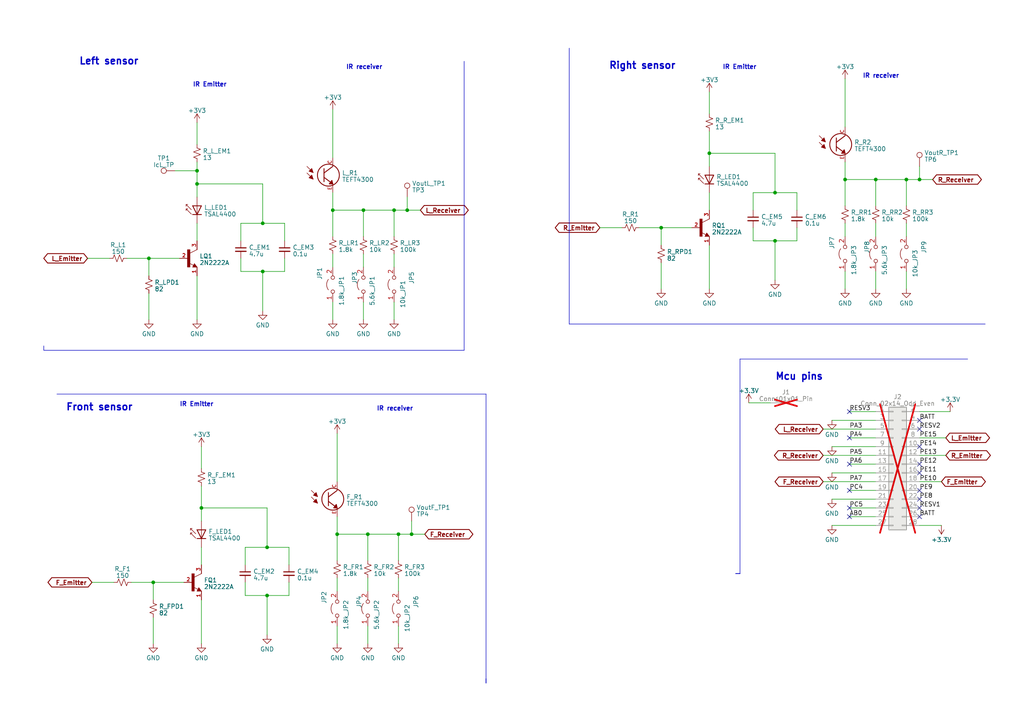
<source format=kicad_sch>
(kicad_sch (version 20230121) (generator eeschema)

  (uuid e1c4884e-a569-4d99-bf24-b35f77535376)

  (paper "A4")

  (title_block
    (title "Micromouse sensing module")
    (date "2024-03-17")
    (rev "V0")
    (company "EEE3088F")
    (comment 1 "University of Cape Town")
    (comment 3 "BNNLIT002")
    (comment 4 "Lithemba Baninzi")
  )

  (lib_symbols
    (symbol "2N2222A:2N2222A" (pin_names (offset 1.016)) (in_bom yes) (on_board yes)
      (property "Reference" "Q" (at -10.16 7.62 0)
        (effects (font (size 1.27 1.27)) (justify left bottom))
      )
      (property "Value" "2N2222A" (at -10.16 -7.62 0)
        (effects (font (size 1.27 1.27)) (justify left bottom))
      )
      (property "Footprint" "2N2222A:TO92254P470H750-3" (at 0 0 0)
        (effects (font (size 1.27 1.27)) (justify bottom) hide)
      )
      (property "Datasheet" "" (at 0 0 0)
        (effects (font (size 1.27 1.27)) hide)
      )
      (property "MF" "Diotec Semiconductor" (at 0 0 0)
        (effects (font (size 1.27 1.27)) (justify bottom) hide)
      )
      (property "SNAPEDA_PACKAGE_ID" "121774" (at 0 0 0)
        (effects (font (size 1.27 1.27)) (justify bottom) hide)
      )
      (property "Package" "TO-92 Diotec" (at 0 0 0)
        (effects (font (size 1.27 1.27)) (justify bottom) hide)
      )
      (property "Price" "None" (at 0 0 0)
        (effects (font (size 1.27 1.27)) (justify bottom) hide)
      )
      (property "Check_prices" "https://www.snapeda.com/parts/2N2222A/Diotec/view-part/?ref=eda" (at 0 0 0)
        (effects (font (size 1.27 1.27)) (justify bottom) hide)
      )
      (property "STANDARD" "IPC 7351B" (at 0 0 0)
        (effects (font (size 1.27 1.27)) (justify bottom) hide)
      )
      (property "PARTREV" "N/A" (at 0 0 0)
        (effects (font (size 1.27 1.27)) (justify bottom) hide)
      )
      (property "SnapEDA_Link" "https://www.snapeda.com/parts/2N2222A/Diotec/view-part/?ref=snap" (at 0 0 0)
        (effects (font (size 1.27 1.27)) (justify bottom) hide)
      )
      (property "MP" "2N2222A" (at 0 0 0)
        (effects (font (size 1.27 1.27)) (justify bottom) hide)
      )
      (property "Description" "\nBJT, TO-92, 40V, 600mA, NPN, 0.625W, 150°C\n" (at 0 0 0)
        (effects (font (size 1.27 1.27)) (justify bottom) hide)
      )
      (property "MANUFACTURER" "Diotec Semiconductor" (at 0 0 0)
        (effects (font (size 1.27 1.27)) (justify bottom) hide)
      )
      (property "Availability" "In Stock" (at 0 0 0)
        (effects (font (size 1.27 1.27)) (justify bottom) hide)
      )
      (property "MAXIMUM_PACKAGE_HEIGHT" "7.5 mm" (at 0 0 0)
        (effects (font (size 1.27 1.27)) (justify bottom) hide)
      )
      (symbol "2N2222A_0_0"
        (rectangle (start -0.254 -2.54) (end 0.508 2.54)
          (stroke (width 0.1) (type default))
          (fill (type outline))
        )
        (polyline
          (pts
            (xy 1.54 -2.04)
            (xy 0.308 -1.424)
          )
          (stroke (width 0.1524) (type default))
          (fill (type none))
        )
        (polyline
          (pts
            (xy 2.54 2.54)
            (xy 0.508 1.524)
          )
          (stroke (width 0.1524) (type default))
          (fill (type none))
        )
        (polyline
          (pts
            (xy 1.27 -2.54)
            (xy 1.778 -1.524)
            (xy 2.54 -2.54)
            (xy 1.27 -2.54)
          )
          (stroke (width 0.1524) (type default))
          (fill (type outline))
        )
        (pin passive line (at 2.54 -5.08 90) (length 2.54)
          (name "~" (effects (font (size 1.016 1.016))))
          (number "1" (effects (font (size 1.016 1.016))))
        )
        (pin passive line (at -2.54 0 0) (length 2.54)
          (name "~" (effects (font (size 1.016 1.016))))
          (number "2" (effects (font (size 1.016 1.016))))
        )
        (pin passive line (at 2.54 5.08 270) (length 2.54)
          (name "~" (effects (font (size 1.016 1.016))))
          (number "3" (effects (font (size 1.016 1.016))))
        )
      )
    )
    (symbol "Connector:Conn_01x01_Pin" (pin_names (offset 1.016) hide) (in_bom yes) (on_board yes)
      (property "Reference" "J" (at 0 2.54 0)
        (effects (font (size 1.27 1.27)))
      )
      (property "Value" "Conn_01x01_Pin" (at 0 -2.54 0)
        (effects (font (size 1.27 1.27)))
      )
      (property "Footprint" "" (at 0 0 0)
        (effects (font (size 1.27 1.27)) hide)
      )
      (property "Datasheet" "~" (at 0 0 0)
        (effects (font (size 1.27 1.27)) hide)
      )
      (property "ki_locked" "" (at 0 0 0)
        (effects (font (size 1.27 1.27)))
      )
      (property "ki_keywords" "connector" (at 0 0 0)
        (effects (font (size 1.27 1.27)) hide)
      )
      (property "ki_description" "Generic connector, single row, 01x01, script generated" (at 0 0 0)
        (effects (font (size 1.27 1.27)) hide)
      )
      (property "ki_fp_filters" "Connector*:*_1x??_*" (at 0 0 0)
        (effects (font (size 1.27 1.27)) hide)
      )
      (symbol "Conn_01x01_Pin_1_1"
        (polyline
          (pts
            (xy 1.27 0)
            (xy 0.8636 0)
          )
          (stroke (width 0.1524) (type default))
          (fill (type none))
        )
        (rectangle (start 0.8636 0.127) (end 0 -0.127)
          (stroke (width 0.1524) (type default))
          (fill (type outline))
        )
        (pin passive line (at 5.08 0 180) (length 3.81)
          (name "Pin_1" (effects (font (size 1.27 1.27))))
          (number "1" (effects (font (size 1.27 1.27))))
        )
      )
    )
    (symbol "Connector:TestPoint" (pin_numbers hide) (pin_names (offset 0.762) hide) (in_bom yes) (on_board yes)
      (property "Reference" "TP" (at 0 6.858 0)
        (effects (font (size 1.27 1.27)))
      )
      (property "Value" "TestPoint" (at 0 5.08 0)
        (effects (font (size 1.27 1.27)))
      )
      (property "Footprint" "" (at 5.08 0 0)
        (effects (font (size 1.27 1.27)) hide)
      )
      (property "Datasheet" "~" (at 5.08 0 0)
        (effects (font (size 1.27 1.27)) hide)
      )
      (property "ki_keywords" "test point tp" (at 0 0 0)
        (effects (font (size 1.27 1.27)) hide)
      )
      (property "ki_description" "test point" (at 0 0 0)
        (effects (font (size 1.27 1.27)) hide)
      )
      (property "ki_fp_filters" "Pin* Test*" (at 0 0 0)
        (effects (font (size 1.27 1.27)) hide)
      )
      (symbol "TestPoint_0_1"
        (circle (center 0 3.302) (radius 0.762)
          (stroke (width 0) (type default))
          (fill (type none))
        )
      )
      (symbol "TestPoint_1_1"
        (pin passive line (at 0 0 90) (length 2.54)
          (name "1" (effects (font (size 1.27 1.27))))
          (number "1" (effects (font (size 1.27 1.27))))
        )
      )
    )
    (symbol "Connector_Generic:Conn_02x14_Odd_Even" (pin_names (offset 1.016) hide) (in_bom yes) (on_board yes)
      (property "Reference" "J" (at 1.27 17.78 0)
        (effects (font (size 1.27 1.27)))
      )
      (property "Value" "Conn_02x14_Odd_Even" (at 1.27 -20.32 0)
        (effects (font (size 1.27 1.27)))
      )
      (property "Footprint" "" (at 0 0 0)
        (effects (font (size 1.27 1.27)) hide)
      )
      (property "Datasheet" "~" (at 0 0 0)
        (effects (font (size 1.27 1.27)) hide)
      )
      (property "ki_keywords" "connector" (at 0 0 0)
        (effects (font (size 1.27 1.27)) hide)
      )
      (property "ki_description" "Generic connector, double row, 02x14, odd/even pin numbering scheme (row 1 odd numbers, row 2 even numbers), script generated (kicad-library-utils/schlib/autogen/connector/)" (at 0 0 0)
        (effects (font (size 1.27 1.27)) hide)
      )
      (property "ki_fp_filters" "Connector*:*_2x??_*" (at 0 0 0)
        (effects (font (size 1.27 1.27)) hide)
      )
      (symbol "Conn_02x14_Odd_Even_1_1"
        (rectangle (start -1.27 -17.653) (end 0 -17.907)
          (stroke (width 0.1524) (type default))
          (fill (type none))
        )
        (rectangle (start -1.27 -15.113) (end 0 -15.367)
          (stroke (width 0.1524) (type default))
          (fill (type none))
        )
        (rectangle (start -1.27 -12.573) (end 0 -12.827)
          (stroke (width 0.1524) (type default))
          (fill (type none))
        )
        (rectangle (start -1.27 -10.033) (end 0 -10.287)
          (stroke (width 0.1524) (type default))
          (fill (type none))
        )
        (rectangle (start -1.27 -7.493) (end 0 -7.747)
          (stroke (width 0.1524) (type default))
          (fill (type none))
        )
        (rectangle (start -1.27 -4.953) (end 0 -5.207)
          (stroke (width 0.1524) (type default))
          (fill (type none))
        )
        (rectangle (start -1.27 -2.413) (end 0 -2.667)
          (stroke (width 0.1524) (type default))
          (fill (type none))
        )
        (rectangle (start -1.27 0.127) (end 0 -0.127)
          (stroke (width 0.1524) (type default))
          (fill (type none))
        )
        (rectangle (start -1.27 2.667) (end 0 2.413)
          (stroke (width 0.1524) (type default))
          (fill (type none))
        )
        (rectangle (start -1.27 5.207) (end 0 4.953)
          (stroke (width 0.1524) (type default))
          (fill (type none))
        )
        (rectangle (start -1.27 7.747) (end 0 7.493)
          (stroke (width 0.1524) (type default))
          (fill (type none))
        )
        (rectangle (start -1.27 10.287) (end 0 10.033)
          (stroke (width 0.1524) (type default))
          (fill (type none))
        )
        (rectangle (start -1.27 12.827) (end 0 12.573)
          (stroke (width 0.1524) (type default))
          (fill (type none))
        )
        (rectangle (start -1.27 15.367) (end 0 15.113)
          (stroke (width 0.1524) (type default))
          (fill (type none))
        )
        (rectangle (start -1.27 16.51) (end 3.81 -19.05)
          (stroke (width 0.254) (type default))
          (fill (type background))
        )
        (rectangle (start 3.81 -17.653) (end 2.54 -17.907)
          (stroke (width 0.1524) (type default))
          (fill (type none))
        )
        (rectangle (start 3.81 -15.113) (end 2.54 -15.367)
          (stroke (width 0.1524) (type default))
          (fill (type none))
        )
        (rectangle (start 3.81 -12.573) (end 2.54 -12.827)
          (stroke (width 0.1524) (type default))
          (fill (type none))
        )
        (rectangle (start 3.81 -10.033) (end 2.54 -10.287)
          (stroke (width 0.1524) (type default))
          (fill (type none))
        )
        (rectangle (start 3.81 -7.493) (end 2.54 -7.747)
          (stroke (width 0.1524) (type default))
          (fill (type none))
        )
        (rectangle (start 3.81 -4.953) (end 2.54 -5.207)
          (stroke (width 0.1524) (type default))
          (fill (type none))
        )
        (rectangle (start 3.81 -2.413) (end 2.54 -2.667)
          (stroke (width 0.1524) (type default))
          (fill (type none))
        )
        (rectangle (start 3.81 0.127) (end 2.54 -0.127)
          (stroke (width 0.1524) (type default))
          (fill (type none))
        )
        (rectangle (start 3.81 2.667) (end 2.54 2.413)
          (stroke (width 0.1524) (type default))
          (fill (type none))
        )
        (rectangle (start 3.81 5.207) (end 2.54 4.953)
          (stroke (width 0.1524) (type default))
          (fill (type none))
        )
        (rectangle (start 3.81 7.747) (end 2.54 7.493)
          (stroke (width 0.1524) (type default))
          (fill (type none))
        )
        (rectangle (start 3.81 10.287) (end 2.54 10.033)
          (stroke (width 0.1524) (type default))
          (fill (type none))
        )
        (rectangle (start 3.81 12.827) (end 2.54 12.573)
          (stroke (width 0.1524) (type default))
          (fill (type none))
        )
        (rectangle (start 3.81 15.367) (end 2.54 15.113)
          (stroke (width 0.1524) (type default))
          (fill (type none))
        )
        (pin passive line (at -5.08 15.24 0) (length 3.81)
          (name "Pin_1" (effects (font (size 1.27 1.27))))
          (number "1" (effects (font (size 1.27 1.27))))
        )
        (pin passive line (at 7.62 5.08 180) (length 3.81)
          (name "Pin_10" (effects (font (size 1.27 1.27))))
          (number "10" (effects (font (size 1.27 1.27))))
        )
        (pin passive line (at -5.08 2.54 0) (length 3.81)
          (name "Pin_11" (effects (font (size 1.27 1.27))))
          (number "11" (effects (font (size 1.27 1.27))))
        )
        (pin passive line (at 7.62 2.54 180) (length 3.81)
          (name "Pin_12" (effects (font (size 1.27 1.27))))
          (number "12" (effects (font (size 1.27 1.27))))
        )
        (pin passive line (at -5.08 0 0) (length 3.81)
          (name "Pin_13" (effects (font (size 1.27 1.27))))
          (number "13" (effects (font (size 1.27 1.27))))
        )
        (pin passive line (at 7.62 0 180) (length 3.81)
          (name "Pin_14" (effects (font (size 1.27 1.27))))
          (number "14" (effects (font (size 1.27 1.27))))
        )
        (pin passive line (at -5.08 -2.54 0) (length 3.81)
          (name "Pin_15" (effects (font (size 1.27 1.27))))
          (number "15" (effects (font (size 1.27 1.27))))
        )
        (pin passive line (at 7.62 -2.54 180) (length 3.81)
          (name "Pin_16" (effects (font (size 1.27 1.27))))
          (number "16" (effects (font (size 1.27 1.27))))
        )
        (pin passive line (at -5.08 -5.08 0) (length 3.81)
          (name "Pin_17" (effects (font (size 1.27 1.27))))
          (number "17" (effects (font (size 1.27 1.27))))
        )
        (pin passive line (at 7.62 -5.08 180) (length 3.81)
          (name "Pin_18" (effects (font (size 1.27 1.27))))
          (number "18" (effects (font (size 1.27 1.27))))
        )
        (pin passive line (at -5.08 -7.62 0) (length 3.81)
          (name "Pin_19" (effects (font (size 1.27 1.27))))
          (number "19" (effects (font (size 1.27 1.27))))
        )
        (pin passive line (at 7.62 15.24 180) (length 3.81)
          (name "Pin_2" (effects (font (size 1.27 1.27))))
          (number "2" (effects (font (size 1.27 1.27))))
        )
        (pin passive line (at 7.62 -7.62 180) (length 3.81)
          (name "Pin_20" (effects (font (size 1.27 1.27))))
          (number "20" (effects (font (size 1.27 1.27))))
        )
        (pin passive line (at -5.08 -10.16 0) (length 3.81)
          (name "Pin_21" (effects (font (size 1.27 1.27))))
          (number "21" (effects (font (size 1.27 1.27))))
        )
        (pin passive line (at 7.62 -10.16 180) (length 3.81)
          (name "Pin_22" (effects (font (size 1.27 1.27))))
          (number "22" (effects (font (size 1.27 1.27))))
        )
        (pin passive line (at -5.08 -12.7 0) (length 3.81)
          (name "Pin_23" (effects (font (size 1.27 1.27))))
          (number "23" (effects (font (size 1.27 1.27))))
        )
        (pin passive line (at 7.62 -12.7 180) (length 3.81)
          (name "Pin_24" (effects (font (size 1.27 1.27))))
          (number "24" (effects (font (size 1.27 1.27))))
        )
        (pin passive line (at -5.08 -15.24 0) (length 3.81)
          (name "Pin_25" (effects (font (size 1.27 1.27))))
          (number "25" (effects (font (size 1.27 1.27))))
        )
        (pin passive line (at 7.62 -15.24 180) (length 3.81)
          (name "Pin_26" (effects (font (size 1.27 1.27))))
          (number "26" (effects (font (size 1.27 1.27))))
        )
        (pin passive line (at -5.08 -17.78 0) (length 3.81)
          (name "Pin_27" (effects (font (size 1.27 1.27))))
          (number "27" (effects (font (size 1.27 1.27))))
        )
        (pin passive line (at 7.62 -17.78 180) (length 3.81)
          (name "Pin_28" (effects (font (size 1.27 1.27))))
          (number "28" (effects (font (size 1.27 1.27))))
        )
        (pin passive line (at -5.08 12.7 0) (length 3.81)
          (name "Pin_3" (effects (font (size 1.27 1.27))))
          (number "3" (effects (font (size 1.27 1.27))))
        )
        (pin passive line (at 7.62 12.7 180) (length 3.81)
          (name "Pin_4" (effects (font (size 1.27 1.27))))
          (number "4" (effects (font (size 1.27 1.27))))
        )
        (pin passive line (at -5.08 10.16 0) (length 3.81)
          (name "Pin_5" (effects (font (size 1.27 1.27))))
          (number "5" (effects (font (size 1.27 1.27))))
        )
        (pin passive line (at 7.62 10.16 180) (length 3.81)
          (name "Pin_6" (effects (font (size 1.27 1.27))))
          (number "6" (effects (font (size 1.27 1.27))))
        )
        (pin passive line (at -5.08 7.62 0) (length 3.81)
          (name "Pin_7" (effects (font (size 1.27 1.27))))
          (number "7" (effects (font (size 1.27 1.27))))
        )
        (pin passive line (at 7.62 7.62 180) (length 3.81)
          (name "Pin_8" (effects (font (size 1.27 1.27))))
          (number "8" (effects (font (size 1.27 1.27))))
        )
        (pin passive line (at -5.08 5.08 0) (length 3.81)
          (name "Pin_9" (effects (font (size 1.27 1.27))))
          (number "9" (effects (font (size 1.27 1.27))))
        )
      )
    )
    (symbol "Device:C_Small" (pin_numbers hide) (pin_names (offset 0.254) hide) (in_bom yes) (on_board yes)
      (property "Reference" "C" (at 0.254 1.778 0)
        (effects (font (size 1.27 1.27)) (justify left))
      )
      (property "Value" "C_Small" (at 0.254 -2.032 0)
        (effects (font (size 1.27 1.27)) (justify left))
      )
      (property "Footprint" "" (at 0 0 0)
        (effects (font (size 1.27 1.27)) hide)
      )
      (property "Datasheet" "~" (at 0 0 0)
        (effects (font (size 1.27 1.27)) hide)
      )
      (property "ki_keywords" "capacitor cap" (at 0 0 0)
        (effects (font (size 1.27 1.27)) hide)
      )
      (property "ki_description" "Unpolarized capacitor, small symbol" (at 0 0 0)
        (effects (font (size 1.27 1.27)) hide)
      )
      (property "ki_fp_filters" "C_*" (at 0 0 0)
        (effects (font (size 1.27 1.27)) hide)
      )
      (symbol "C_Small_0_1"
        (polyline
          (pts
            (xy -1.524 -0.508)
            (xy 1.524 -0.508)
          )
          (stroke (width 0.3302) (type default))
          (fill (type none))
        )
        (polyline
          (pts
            (xy -1.524 0.508)
            (xy 1.524 0.508)
          )
          (stroke (width 0.3048) (type default))
          (fill (type none))
        )
      )
      (symbol "C_Small_1_1"
        (pin passive line (at 0 2.54 270) (length 2.032)
          (name "~" (effects (font (size 1.27 1.27))))
          (number "1" (effects (font (size 1.27 1.27))))
        )
        (pin passive line (at 0 -2.54 90) (length 2.032)
          (name "~" (effects (font (size 1.27 1.27))))
          (number "2" (effects (font (size 1.27 1.27))))
        )
      )
    )
    (symbol "Device:R_Small_US" (pin_numbers hide) (pin_names (offset 0.254) hide) (in_bom yes) (on_board yes)
      (property "Reference" "R" (at 0.762 0.508 0)
        (effects (font (size 1.27 1.27)) (justify left))
      )
      (property "Value" "R_Small_US" (at 0.762 -1.016 0)
        (effects (font (size 1.27 1.27)) (justify left))
      )
      (property "Footprint" "" (at 0 0 0)
        (effects (font (size 1.27 1.27)) hide)
      )
      (property "Datasheet" "~" (at 0 0 0)
        (effects (font (size 1.27 1.27)) hide)
      )
      (property "ki_keywords" "r resistor" (at 0 0 0)
        (effects (font (size 1.27 1.27)) hide)
      )
      (property "ki_description" "Resistor, small US symbol" (at 0 0 0)
        (effects (font (size 1.27 1.27)) hide)
      )
      (property "ki_fp_filters" "R_*" (at 0 0 0)
        (effects (font (size 1.27 1.27)) hide)
      )
      (symbol "R_Small_US_1_1"
        (polyline
          (pts
            (xy 0 0)
            (xy 1.016 -0.381)
            (xy 0 -0.762)
            (xy -1.016 -1.143)
            (xy 0 -1.524)
          )
          (stroke (width 0) (type default))
          (fill (type none))
        )
        (polyline
          (pts
            (xy 0 1.524)
            (xy 1.016 1.143)
            (xy 0 0.762)
            (xy -1.016 0.381)
            (xy 0 0)
          )
          (stroke (width 0) (type default))
          (fill (type none))
        )
        (pin passive line (at 0 2.54 270) (length 1.016)
          (name "~" (effects (font (size 1.27 1.27))))
          (number "1" (effects (font (size 1.27 1.27))))
        )
        (pin passive line (at 0 -2.54 90) (length 1.016)
          (name "~" (effects (font (size 1.27 1.27))))
          (number "2" (effects (font (size 1.27 1.27))))
        )
      )
    )
    (symbol "Jumper:Jumper_2_Open" (pin_names (offset 0) hide) (in_bom yes) (on_board yes)
      (property "Reference" "JP" (at 0 2.794 0)
        (effects (font (size 1.27 1.27)))
      )
      (property "Value" "Jumper_2_Open" (at 0 -2.286 0)
        (effects (font (size 1.27 1.27)))
      )
      (property "Footprint" "" (at 0 0 0)
        (effects (font (size 1.27 1.27)) hide)
      )
      (property "Datasheet" "~" (at 0 0 0)
        (effects (font (size 1.27 1.27)) hide)
      )
      (property "ki_keywords" "Jumper SPST" (at 0 0 0)
        (effects (font (size 1.27 1.27)) hide)
      )
      (property "ki_description" "Jumper, 2-pole, open" (at 0 0 0)
        (effects (font (size 1.27 1.27)) hide)
      )
      (property "ki_fp_filters" "Jumper* TestPoint*2Pads* TestPoint*Bridge*" (at 0 0 0)
        (effects (font (size 1.27 1.27)) hide)
      )
      (symbol "Jumper_2_Open_0_0"
        (circle (center -2.032 0) (radius 0.508)
          (stroke (width 0) (type default))
          (fill (type none))
        )
        (circle (center 2.032 0) (radius 0.508)
          (stroke (width 0) (type default))
          (fill (type none))
        )
      )
      (symbol "Jumper_2_Open_0_1"
        (arc (start 1.524 1.27) (mid 0 1.778) (end -1.524 1.27)
          (stroke (width 0) (type default))
          (fill (type none))
        )
      )
      (symbol "Jumper_2_Open_1_1"
        (pin passive line (at -5.08 0 0) (length 2.54)
          (name "A" (effects (font (size 1.27 1.27))))
          (number "1" (effects (font (size 1.27 1.27))))
        )
        (pin passive line (at 5.08 0 180) (length 2.54)
          (name "B" (effects (font (size 1.27 1.27))))
          (number "2" (effects (font (size 1.27 1.27))))
        )
      )
    )
    (symbol "LED:TSAL4400" (pin_numbers hide) (pin_names (offset 1.016) hide) (in_bom yes) (on_board yes)
      (property "Reference" "D" (at 0.508 1.778 0)
        (effects (font (size 1.27 1.27)) (justify left))
      )
      (property "Value" "TSAL4400" (at -1.016 -2.794 0)
        (effects (font (size 1.27 1.27)))
      )
      (property "Footprint" "LED_THT:LED_D3.0mm_IRBlack" (at 0 4.445 0)
        (effects (font (size 1.27 1.27)) hide)
      )
      (property "Datasheet" "http://www.vishay.com/docs/81006/tsal4400.pdf" (at -1.27 0 0)
        (effects (font (size 1.27 1.27)) hide)
      )
      (property "ki_keywords" "opto IR LED" (at 0 0 0)
        (effects (font (size 1.27 1.27)) hide)
      )
      (property "ki_description" "Infrared LED , 3mm LED package" (at 0 0 0)
        (effects (font (size 1.27 1.27)) hide)
      )
      (property "ki_fp_filters" "LED*3.0mm*IRBlack*" (at 0 0 0)
        (effects (font (size 1.27 1.27)) hide)
      )
      (symbol "TSAL4400_0_1"
        (polyline
          (pts
            (xy -2.54 1.27)
            (xy -2.54 -1.27)
          )
          (stroke (width 0.254) (type default))
          (fill (type none))
        )
        (polyline
          (pts
            (xy 0 0)
            (xy -2.54 0)
          )
          (stroke (width 0) (type default))
          (fill (type none))
        )
        (polyline
          (pts
            (xy 0.381 3.175)
            (xy -0.127 3.175)
          )
          (stroke (width 0) (type default))
          (fill (type none))
        )
        (polyline
          (pts
            (xy -1.143 1.651)
            (xy 0.381 3.175)
            (xy 0.381 2.667)
          )
          (stroke (width 0) (type default))
          (fill (type none))
        )
        (polyline
          (pts
            (xy 0 1.27)
            (xy -2.54 0)
            (xy 0 -1.27)
            (xy 0 1.27)
          )
          (stroke (width 0.254) (type default))
          (fill (type none))
        )
        (polyline
          (pts
            (xy -2.413 1.651)
            (xy -0.889 3.175)
            (xy -0.889 2.667)
            (xy -0.889 3.175)
            (xy -1.397 3.175)
          )
          (stroke (width 0) (type default))
          (fill (type none))
        )
      )
      (symbol "TSAL4400_1_1"
        (pin passive line (at -5.08 0 0) (length 2.54)
          (name "K" (effects (font (size 1.27 1.27))))
          (number "1" (effects (font (size 1.27 1.27))))
        )
        (pin passive line (at 2.54 0 180) (length 2.54)
          (name "A" (effects (font (size 1.27 1.27))))
          (number "2" (effects (font (size 1.27 1.27))))
        )
      )
    )
    (symbol "TEFT4300:TEFT4300" (pin_names (offset 1.016)) (in_bom yes) (on_board yes)
      (property "Reference" "Q" (at -10.1556 5.0822 0)
        (effects (font (size 1.27 1.27)) (justify left bottom))
      )
      (property "Value" "TEFT4300" (at -10.1508 -7.62 0)
        (effects (font (size 1.27 1.27)) (justify left bottom))
      )
      (property "Footprint" "TEFT4300:XDCR_TEFT4300" (at 0 0 0)
        (effects (font (size 1.27 1.27)) (justify bottom) hide)
      )
      (property "Datasheet" "" (at 0 0 0)
        (effects (font (size 1.27 1.27)) hide)
      )
      (property "MF" "Vishay Semiconductor" (at 0 0 0)
        (effects (font (size 1.27 1.27)) (justify bottom) hide)
      )
      (property "MAXIMUM_PACKAGE_HEIGHT" "6.10mm" (at 0 0 0)
        (effects (font (size 1.27 1.27)) (justify bottom) hide)
      )
      (property "PACKAGE" "Radial Vishay" (at 0 0 0)
        (effects (font (size 1.27 1.27)) (justify bottom) hide)
      )
      (property "Price" "None" (at 0 0 0)
        (effects (font (size 1.27 1.27)) (justify bottom) hide)
      )
      (property "Package" "Radial Vishay" (at 0 0 0)
        (effects (font (size 1.27 1.27)) (justify bottom) hide)
      )
      (property "Check_prices" "https://www.snapeda.com/parts/TEFT4300/Vishay+Semiconductor+Opto+Division/view-part/?ref=eda" (at 0 0 0)
        (effects (font (size 1.27 1.27)) (justify bottom) hide)
      )
      (property "SnapEDA_Link" "https://www.snapeda.com/parts/TEFT4300/Vishay+Semiconductor+Opto+Division/view-part/?ref=snap" (at 0 0 0)
        (effects (font (size 1.27 1.27)) (justify bottom) hide)
      )
      (property "MP" "TEFT4300" (at 0 0 0)
        (effects (font (size 1.27 1.27)) (justify bottom) hide)
      )
      (property "Availability" "In Stock" (at 0 0 0)
        (effects (font (size 1.27 1.27)) (justify bottom) hide)
      )
      (property "Description" "\nPhototransistors 925nm Top View Radial, 3mm Dia (T-1)\n" (at 0 0 0)
        (effects (font (size 1.27 1.27)) (justify bottom) hide)
      )
      (symbol "TEFT4300_0_0"
        (polyline
          (pts
            (xy -4.953 0.635)
            (xy -3.175 -1.143)
          )
          (stroke (width 0.1524) (type default))
          (fill (type none))
        )
        (polyline
          (pts
            (xy -4.953 2.54)
            (xy -3.175 0.762)
          )
          (stroke (width 0.1524) (type default))
          (fill (type none))
        )
        (polyline
          (pts
            (xy -4.318 -0.762)
            (xy -3.556 0)
          )
          (stroke (width 0.1524) (type default))
          (fill (type none))
        )
        (polyline
          (pts
            (xy -4.318 1.143)
            (xy -3.556 1.905)
          )
          (stroke (width 0.1524) (type default))
          (fill (type none))
        )
        (polyline
          (pts
            (xy -3.556 0)
            (xy -3.175 -1.143)
          )
          (stroke (width 0.1524) (type default))
          (fill (type none))
        )
        (polyline
          (pts
            (xy -3.556 1.905)
            (xy -3.175 0.762)
          )
          (stroke (width 0.1524) (type default))
          (fill (type none))
        )
        (polyline
          (pts
            (xy -3.175 -1.143)
            (xy -4.318 -0.762)
          )
          (stroke (width 0.1524) (type default))
          (fill (type none))
        )
        (polyline
          (pts
            (xy -3.175 0.762)
            (xy -4.318 1.143)
          )
          (stroke (width 0.1524) (type default))
          (fill (type none))
        )
        (polyline
          (pts
            (xy 0 -0.635)
            (xy 0 -1.905)
          )
          (stroke (width 0.254) (type default))
          (fill (type none))
        )
        (polyline
          (pts
            (xy 0 -0.635)
            (xy 2.54 -2.54)
          )
          (stroke (width 0.254) (type default))
          (fill (type none))
        )
        (polyline
          (pts
            (xy 0 0.635)
            (xy 0 -0.635)
          )
          (stroke (width 0.254) (type default))
          (fill (type none))
        )
        (polyline
          (pts
            (xy 0 0.635)
            (xy 2.54 2.54)
          )
          (stroke (width 0.254) (type default))
          (fill (type none))
        )
        (polyline
          (pts
            (xy 0 1.905)
            (xy 0 0.635)
          )
          (stroke (width 0.254) (type default))
          (fill (type none))
        )
        (polyline
          (pts
            (xy 2.286 -2.286)
            (xy 2.54 -2.54)
          )
          (stroke (width 0.1524) (type default))
          (fill (type none))
        )
        (polyline
          (pts
            (xy -4.318 -0.762)
            (xy -3.175 -1.143)
            (xy -3.556 0)
            (xy -4.318 -0.762)
          )
          (stroke (width 0.1524) (type default))
          (fill (type outline))
        )
        (polyline
          (pts
            (xy -4.318 1.143)
            (xy -3.175 0.762)
            (xy -3.556 1.905)
            (xy -4.318 1.143)
          )
          (stroke (width 0.1524) (type default))
          (fill (type outline))
        )
        (polyline
          (pts
            (xy 2.54 -2.54)
            (xy 2.286 -1.524)
            (xy 1.524 -2.54)
            (xy 2.54 -2.54)
          )
          (stroke (width 0.254) (type default))
          (fill (type outline))
        )
        (circle (center 1.27 0) (radius 3.175)
          (stroke (width 0.254) (type default))
          (fill (type none))
        )
        (pin passive line (at 2.54 5.08 270) (length 2.54)
          (name "~" (effects (font (size 1.016 1.016))))
          (number "C" (effects (font (size 1.016 1.016))))
        )
        (pin passive line (at 2.54 -5.08 90) (length 2.54)
          (name "~" (effects (font (size 1.016 1.016))))
          (number "E" (effects (font (size 1.016 1.016))))
        )
      )
    )
    (symbol "power:+3.3V" (power) (pin_names (offset 0)) (in_bom yes) (on_board yes)
      (property "Reference" "#PWR" (at 0 -3.81 0)
        (effects (font (size 1.27 1.27)) hide)
      )
      (property "Value" "+3.3V" (at 0 3.556 0)
        (effects (font (size 1.27 1.27)))
      )
      (property "Footprint" "" (at 0 0 0)
        (effects (font (size 1.27 1.27)) hide)
      )
      (property "Datasheet" "" (at 0 0 0)
        (effects (font (size 1.27 1.27)) hide)
      )
      (property "ki_keywords" "global power" (at 0 0 0)
        (effects (font (size 1.27 1.27)) hide)
      )
      (property "ki_description" "Power symbol creates a global label with name \"+3.3V\"" (at 0 0 0)
        (effects (font (size 1.27 1.27)) hide)
      )
      (symbol "+3.3V_0_1"
        (polyline
          (pts
            (xy -0.762 1.27)
            (xy 0 2.54)
          )
          (stroke (width 0) (type default))
          (fill (type none))
        )
        (polyline
          (pts
            (xy 0 0)
            (xy 0 2.54)
          )
          (stroke (width 0) (type default))
          (fill (type none))
        )
        (polyline
          (pts
            (xy 0 2.54)
            (xy 0.762 1.27)
          )
          (stroke (width 0) (type default))
          (fill (type none))
        )
      )
      (symbol "+3.3V_1_1"
        (pin power_in line (at 0 0 90) (length 0) hide
          (name "+3.3V" (effects (font (size 1.27 1.27))))
          (number "1" (effects (font (size 1.27 1.27))))
        )
      )
    )
    (symbol "power:+3V3" (power) (pin_names (offset 0)) (in_bom yes) (on_board yes)
      (property "Reference" "#PWR" (at 0 -3.81 0)
        (effects (font (size 1.27 1.27)) hide)
      )
      (property "Value" "+3V3" (at 0 3.556 0)
        (effects (font (size 1.27 1.27)))
      )
      (property "Footprint" "" (at 0 0 0)
        (effects (font (size 1.27 1.27)) hide)
      )
      (property "Datasheet" "" (at 0 0 0)
        (effects (font (size 1.27 1.27)) hide)
      )
      (property "ki_keywords" "global power" (at 0 0 0)
        (effects (font (size 1.27 1.27)) hide)
      )
      (property "ki_description" "Power symbol creates a global label with name \"+3V3\"" (at 0 0 0)
        (effects (font (size 1.27 1.27)) hide)
      )
      (symbol "+3V3_0_1"
        (polyline
          (pts
            (xy -0.762 1.27)
            (xy 0 2.54)
          )
          (stroke (width 0) (type default))
          (fill (type none))
        )
        (polyline
          (pts
            (xy 0 0)
            (xy 0 2.54)
          )
          (stroke (width 0) (type default))
          (fill (type none))
        )
        (polyline
          (pts
            (xy 0 2.54)
            (xy 0.762 1.27)
          )
          (stroke (width 0) (type default))
          (fill (type none))
        )
      )
      (symbol "+3V3_1_1"
        (pin power_in line (at 0 0 90) (length 0) hide
          (name "+3V3" (effects (font (size 1.27 1.27))))
          (number "1" (effects (font (size 1.27 1.27))))
        )
      )
    )
    (symbol "power:GND" (power) (pin_names (offset 0)) (in_bom yes) (on_board yes)
      (property "Reference" "#PWR" (at 0 -6.35 0)
        (effects (font (size 1.27 1.27)) hide)
      )
      (property "Value" "GND" (at 0 -3.81 0)
        (effects (font (size 1.27 1.27)))
      )
      (property "Footprint" "" (at 0 0 0)
        (effects (font (size 1.27 1.27)) hide)
      )
      (property "Datasheet" "" (at 0 0 0)
        (effects (font (size 1.27 1.27)) hide)
      )
      (property "ki_keywords" "global power" (at 0 0 0)
        (effects (font (size 1.27 1.27)) hide)
      )
      (property "ki_description" "Power symbol creates a global label with name \"GND\" , ground" (at 0 0 0)
        (effects (font (size 1.27 1.27)) hide)
      )
      (symbol "GND_0_1"
        (polyline
          (pts
            (xy 0 0)
            (xy 0 -1.27)
            (xy 1.27 -1.27)
            (xy 0 -2.54)
            (xy -1.27 -1.27)
            (xy 0 -1.27)
          )
          (stroke (width 0) (type default))
          (fill (type none))
        )
      )
      (symbol "GND_1_1"
        (pin power_in line (at 0 0 270) (length 0) hide
          (name "GND" (effects (font (size 1.27 1.27))))
          (number "1" (effects (font (size 1.27 1.27))))
        )
      )
    )
  )

  (junction (at 57.15 49.53) (diameter 0) (color 0 0 0 0)
    (uuid 1ae7f1dd-a14e-4296-8852-a954557d1285)
  )
  (junction (at 106.68 154.94) (diameter 0) (color 0 0 0 0)
    (uuid 214a9a1e-7718-41bd-ab04-48e93bdb4866)
  )
  (junction (at 77.47 158.75) (diameter 0) (color 0 0 0 0)
    (uuid 24fee71b-06bf-4597-b8ee-6a9e207ef86b)
  )
  (junction (at 266.7 52.07) (diameter 0) (color 0 0 0 0)
    (uuid 3522f843-7b30-4ddd-8c50-96c941ab9ef7)
  )
  (junction (at 76.2 78.74) (diameter 0) (color 0 0 0 0)
    (uuid 502e1543-0c06-4dd3-abe7-04e5dc295c48)
  )
  (junction (at 58.42 147.32) (diameter 0) (color 0 0 0 0)
    (uuid 54abd3b0-4e17-48ee-9371-dba71e1cab6e)
  )
  (junction (at 245.11 52.07) (diameter 0) (color 0 0 0 0)
    (uuid 61e8d487-d42a-478f-9728-6b6dc184786f)
  )
  (junction (at 115.57 154.94) (diameter 0) (color 0 0 0 0)
    (uuid 662704e7-3890-4205-ac10-11dbf049bce9)
  )
  (junction (at 96.52 60.96) (diameter 0) (color 0 0 0 0)
    (uuid 7ce491e1-dcd2-49d4-8c42-1cb1442bca7d)
  )
  (junction (at 224.79 55.88) (diameter 0) (color 0 0 0 0)
    (uuid 8386208a-91fb-4868-bb3e-73f16d472697)
  )
  (junction (at 205.74 44.45) (diameter 0) (color 0 0 0 0)
    (uuid 85d152de-dae2-447c-b408-3381d41c0ef7)
  )
  (junction (at 254 52.07) (diameter 0) (color 0 0 0 0)
    (uuid 939e92bc-54ea-4aa2-b3af-27514488dc47)
  )
  (junction (at 44.45 168.91) (diameter 0) (color 0 0 0 0)
    (uuid 9abc11f9-a4da-442c-aa7c-9d26c8955470)
  )
  (junction (at 119.38 154.94) (diameter 0) (color 0 0 0 0)
    (uuid 9ad05827-4a66-42ad-975f-beeaafbdf81c)
  )
  (junction (at 43.18 74.93) (diameter 0) (color 0 0 0 0)
    (uuid 9dba2a08-65ec-49e1-9fa7-a37febe63415)
  )
  (junction (at 97.79 154.94) (diameter 0) (color 0 0 0 0)
    (uuid a3e3cdab-98e7-431d-bade-f4fe1f8b416f)
  )
  (junction (at 262.89 52.07) (diameter 0) (color 0 0 0 0)
    (uuid a679df96-0d70-47b2-b037-08e14aca84a2)
  )
  (junction (at 77.47 172.72) (diameter 0) (color 0 0 0 0)
    (uuid adc7631c-f6f2-4d88-b1aa-3296c65ab5dd)
  )
  (junction (at 224.79 69.85) (diameter 0) (color 0 0 0 0)
    (uuid b1a27985-5b64-471e-a221-788397a3cb43)
  )
  (junction (at 191.77 66.04) (diameter 0) (color 0 0 0 0)
    (uuid c8f25faa-9eeb-479a-b09c-e5102f705e0f)
  )
  (junction (at 57.15 53.34) (diameter 0) (color 0 0 0 0)
    (uuid db386a12-b4df-42ab-a807-b2d9a9bc677e)
  )
  (junction (at 118.11 60.96) (diameter 0) (color 0 0 0 0)
    (uuid dd69ea07-cce8-46cf-8b9b-bb87a2bfad35)
  )
  (junction (at 76.2 64.77) (diameter 0) (color 0 0 0 0)
    (uuid dd9b36ec-37dc-4268-ab28-91b19f240a76)
  )
  (junction (at 114.3 60.96) (diameter 0) (color 0 0 0 0)
    (uuid e1d88ee4-57fc-424c-b457-9612ec79b712)
  )
  (junction (at 105.41 60.96) (diameter 0) (color 0 0 0 0)
    (uuid ee15dee3-1a65-4a25-981b-9eb5ccb514c6)
  )

  (no_connect (at 266.7 124.46) (uuid 0ee1d07a-e924-413f-9fff-ab0d9c88f7ad))
  (no_connect (at 246.38 119.38) (uuid 15d2cfb1-e59e-4c73-9dd0-a64984ba0ddb))
  (no_connect (at 266.7 129.54) (uuid 2b252b7a-b0f1-431b-88f7-75144cd779bf))
  (no_connect (at 246.38 134.62) (uuid 2e7a5924-0e59-4931-9ef1-d786e8e2f876))
  (no_connect (at 266.7 121.92) (uuid 4b911eb0-c424-48e3-9b7e-d17c53019810))
  (no_connect (at 266.7 142.24) (uuid 56fa25d3-e7e0-4495-b8a3-8faefff51e5c))
  (no_connect (at 246.38 149.86) (uuid 574f6a12-63cb-4dcd-a89f-0fd6d5be4b4f))
  (no_connect (at 246.38 147.32) (uuid 913bafa4-e031-4c6f-8664-e920dddd5442))
  (no_connect (at 246.38 142.24) (uuid a86fded5-efae-480e-a08b-0f7e757429de))
  (no_connect (at 266.7 137.16) (uuid bd5d0532-38c1-40f1-bc17-e057fe076135))
  (no_connect (at 266.7 149.86) (uuid c2f03254-c939-4433-ab2a-93769a866338))
  (no_connect (at 246.38 127) (uuid dc551b94-942f-4d05-94ff-1c1746149163))
  (no_connect (at 266.7 134.62) (uuid ec1c05c9-2816-495c-b366-401c82a7b765))
  (no_connect (at 266.7 144.78) (uuid ec73d26f-0ac1-445c-9a81-3f2c716b3a40))
  (no_connect (at 266.7 147.32) (uuid f4582c29-e780-4a50-95de-450c760b570b))

  (wire (pts (xy 115.57 154.94) (xy 115.57 162.56))
    (stroke (width 0) (type default))
    (uuid 0302b6f1-4078-4995-b6e3-1c3d9d72c0b4)
  )
  (wire (pts (xy 254 52.07) (xy 262.89 52.07))
    (stroke (width 0) (type default))
    (uuid 0522c371-6fbd-48f7-855d-d374a310456e)
  )
  (wire (pts (xy 105.41 60.96) (xy 114.3 60.96))
    (stroke (width 0) (type default))
    (uuid 077f7cf2-3b04-449d-89d4-769ed33b6eab)
  )
  (wire (pts (xy 58.42 129.54) (xy 58.42 135.89))
    (stroke (width 0) (type default))
    (uuid 0ae98163-86b1-4a55-95e0-8336d39681f5)
  )
  (wire (pts (xy 224.79 69.85) (xy 231.14 69.85))
    (stroke (width 0) (type default))
    (uuid 0c9fa6f6-b373-43b3-a1c8-cf163d300fc2)
  )
  (wire (pts (xy 218.44 60.96) (xy 218.44 55.88))
    (stroke (width 0) (type default))
    (uuid 0cfc355a-e0d6-4012-9c6e-45f441718f5b)
  )
  (wire (pts (xy 245.11 46.99) (xy 245.11 52.07))
    (stroke (width 0) (type default))
    (uuid 0dda5de8-4c91-46d7-8d56-50ae9e4de24c)
  )
  (wire (pts (xy 106.68 181.61) (xy 106.68 186.69))
    (stroke (width 0) (type default))
    (uuid 0e0a7ca2-018f-40a1-a83d-4e7e6990d240)
  )
  (wire (pts (xy 57.15 49.53) (xy 57.15 53.34))
    (stroke (width 0) (type default))
    (uuid 0e695691-d82e-444f-8c72-51dfd443580b)
  )
  (wire (pts (xy 96.52 60.96) (xy 105.41 60.96))
    (stroke (width 0) (type default))
    (uuid 0f0a7cbc-ad99-491c-9e0f-8c99fec1e126)
  )
  (polyline (pts (xy 213.36 166.37) (xy 214.63 166.37))
    (stroke (width 0) (type default))
    (uuid 1086454b-0e48-4971-8035-4fa184d40517)
  )

  (wire (pts (xy 57.15 35.56) (xy 57.15 41.91))
    (stroke (width 0) (type default))
    (uuid 140dc73a-be06-4ba6-b265-3b735cea2983)
  )
  (wire (pts (xy 115.57 181.61) (xy 115.57 186.69))
    (stroke (width 0) (type default))
    (uuid 142a02de-71dc-4132-b03f-7a7da9137938)
  )
  (wire (pts (xy 266.7 139.7) (xy 273.05 139.7))
    (stroke (width 0) (type default))
    (uuid 19dc091a-cf3f-4976-826e-afc14e6e6530)
  )
  (wire (pts (xy 57.15 46.99) (xy 57.15 49.53))
    (stroke (width 0) (type default))
    (uuid 1a6e0ac2-66e6-4200-a668-e036e4c08eb3)
  )
  (polyline (pts (xy 134.62 17.78) (xy 134.62 101.6))
    (stroke (width 0) (type default))
    (uuid 1ac1de09-6337-4dc0-915b-b2e01880d060)
  )

  (wire (pts (xy 262.89 52.07) (xy 262.89 59.69))
    (stroke (width 0) (type default))
    (uuid 1ae1ffdb-25e4-490a-8376-c24d9be6cb2d)
  )
  (wire (pts (xy 245.11 52.07) (xy 254 52.07))
    (stroke (width 0) (type default))
    (uuid 1bf7a839-8a5e-4fa9-bb71-d7947cb53cd8)
  )
  (wire (pts (xy 97.79 167.64) (xy 97.79 171.45))
    (stroke (width 0) (type default))
    (uuid 1d2f07bf-87c3-43c5-bd14-5f6ebd3a297b)
  )
  (wire (pts (xy 57.15 53.34) (xy 76.2 53.34))
    (stroke (width 0) (type default))
    (uuid 1d8c6e58-f87d-4c49-b7fc-617e0cb8f1f1)
  )
  (wire (pts (xy 205.74 55.88) (xy 205.74 60.96))
    (stroke (width 0) (type default))
    (uuid 1e196fb2-f3e7-4c7a-a3ac-d6324b686db3)
  )
  (wire (pts (xy 77.47 158.75) (xy 83.82 158.75))
    (stroke (width 0) (type default))
    (uuid 1e5a098b-d0b7-4580-8a8d-dd4221cb0cee)
  )
  (wire (pts (xy 191.77 66.04) (xy 200.66 66.04))
    (stroke (width 0) (type default))
    (uuid 1f90378a-bbe2-4496-ad37-e73a14c9e1a9)
  )
  (wire (pts (xy 97.79 154.94) (xy 106.68 154.94))
    (stroke (width 0) (type default))
    (uuid 208cae0c-04be-4cf4-b273-3ba95a0f4915)
  )
  (wire (pts (xy 43.18 74.93) (xy 52.07 74.93))
    (stroke (width 0) (type default))
    (uuid 281c84ec-0cc2-4e1d-818a-5f341cadeaeb)
  )
  (polyline (pts (xy 280.67 104.14) (xy 214.63 104.14))
    (stroke (width 0) (type default))
    (uuid 2953e5c5-666c-4108-b402-d10b1135ca7c)
  )

  (wire (pts (xy 246.38 127) (xy 254 127))
    (stroke (width 0) (type default))
    (uuid 2a2fd9fa-a647-4e91-adc5-8fa88cc8e0a7)
  )
  (polyline (pts (xy 140.97 114.3) (xy 140.97 198.12))
    (stroke (width 0) (type default))
    (uuid 2c32f663-3b09-4c88-8191-84bc54546e56)
  )

  (wire (pts (xy 205.74 26.67) (xy 205.74 33.02))
    (stroke (width 0) (type default))
    (uuid 2cba6b50-0cf8-4c7e-b999-bd7c1c6e62c6)
  )
  (wire (pts (xy 275.59 119.38) (xy 266.7 119.38))
    (stroke (width 0) (type default))
    (uuid 2e1cd476-7445-41ca-a316-449c14507198)
  )
  (wire (pts (xy 115.57 167.64) (xy 115.57 171.45))
    (stroke (width 0) (type default))
    (uuid 2e1eb692-cd36-4222-8819-3630bd9b23a1)
  )
  (wire (pts (xy 38.1 168.91) (xy 44.45 168.91))
    (stroke (width 0) (type default))
    (uuid 2ea14fad-fae9-49f7-b567-06d3d2ffe21c)
  )
  (wire (pts (xy 69.85 78.74) (xy 76.2 78.74))
    (stroke (width 0) (type default))
    (uuid 30a50ed5-cde4-4b38-aa05-42f7cd7f083b)
  )
  (wire (pts (xy 106.68 154.94) (xy 106.68 162.56))
    (stroke (width 0) (type default))
    (uuid 317cdaeb-c039-4ea4-9372-c7860f772c6f)
  )
  (polyline (pts (xy 140.97 196.85) (xy 140.97 198.12))
    (stroke (width 0) (type default))
    (uuid 3315bddf-9437-4613-91f3-0f9b35c7a80d)
  )

  (wire (pts (xy 58.42 140.97) (xy 58.42 147.32))
    (stroke (width 0) (type default))
    (uuid 34abce8b-8a02-4a03-8222-4bd5cec00a22)
  )
  (wire (pts (xy 76.2 53.34) (xy 76.2 64.77))
    (stroke (width 0) (type default))
    (uuid 3c8ad5eb-a677-4518-a2e5-55de4af67568)
  )
  (wire (pts (xy 105.41 73.66) (xy 105.41 77.47))
    (stroke (width 0) (type default))
    (uuid 4176970d-c067-4115-bb06-9001802f22de)
  )
  (wire (pts (xy 118.11 60.96) (xy 121.92 60.96))
    (stroke (width 0) (type default))
    (uuid 41b304e8-f344-4ea1-b9fc-6b0190a27405)
  )
  (polyline (pts (xy 134.62 101.6) (xy 12.7 101.6))
    (stroke (width 0) (type default))
    (uuid 41d07fe5-77ff-49c0-a98c-004545c1b416)
  )

  (wire (pts (xy 97.79 149.86) (xy 97.79 154.94))
    (stroke (width 0) (type default))
    (uuid 4403075c-28ff-400c-9033-339de18b87e4)
  )
  (wire (pts (xy 254 52.07) (xy 254 59.69))
    (stroke (width 0) (type default))
    (uuid 4836e5e7-207e-4b5b-93bd-7a86007cd80f)
  )
  (wire (pts (xy 191.77 66.04) (xy 191.77 71.12))
    (stroke (width 0) (type default))
    (uuid 4c020493-94c5-4c78-a9c9-503e05b26aa4)
  )
  (wire (pts (xy 119.38 154.94) (xy 123.19 154.94))
    (stroke (width 0) (type default))
    (uuid 4d71a120-3cef-4816-b6a7-8dd3a6d08546)
  )
  (wire (pts (xy 224.79 55.88) (xy 231.14 55.88))
    (stroke (width 0) (type default))
    (uuid 4d879d60-fd09-4618-9bd7-426d24f9a2e3)
  )
  (wire (pts (xy 185.42 66.04) (xy 191.77 66.04))
    (stroke (width 0) (type default))
    (uuid 4e51bb70-711f-4f28-92ec-18a1d3419a53)
  )
  (wire (pts (xy 245.11 78.74) (xy 245.11 83.82))
    (stroke (width 0) (type default))
    (uuid 4e5bca9b-a5d3-4634-82f5-02d8acb3da9b)
  )
  (wire (pts (xy 44.45 168.91) (xy 53.34 168.91))
    (stroke (width 0) (type default))
    (uuid 4eb580b6-1eef-48cc-9d8a-60022d4734c8)
  )
  (wire (pts (xy 71.12 168.91) (xy 71.12 172.72))
    (stroke (width 0) (type default))
    (uuid 4ee1c5da-7505-413c-8785-155b03c709cd)
  )
  (wire (pts (xy 205.74 71.12) (xy 205.74 83.82))
    (stroke (width 0) (type default))
    (uuid 5562d621-9c8c-4bdf-9356-eb0460b5ea77)
  )
  (wire (pts (xy 245.11 52.07) (xy 245.11 59.69))
    (stroke (width 0) (type default))
    (uuid 571ca208-50a0-4b59-94b8-ebc4f7209949)
  )
  (wire (pts (xy 241.3 137.16) (xy 254 137.16))
    (stroke (width 0) (type default))
    (uuid 5c98bd69-ff04-407d-b766-0725c891859a)
  )
  (wire (pts (xy 266.7 52.07) (xy 270.51 52.07))
    (stroke (width 0) (type default))
    (uuid 5d868229-556b-4def-a07d-75632ce6ae5e)
  )
  (wire (pts (xy 96.52 31.75) (xy 96.52 45.72))
    (stroke (width 0) (type default))
    (uuid 5e8d7b53-23e3-4227-b8b7-c0da66dd0c03)
  )
  (wire (pts (xy 217.17 116.84) (xy 223.52 116.84))
    (stroke (width 0) (type default))
    (uuid 60a5e46d-d350-4320-b5e4-39a49bca6dc5)
  )
  (polyline (pts (xy 214.63 104.14) (xy 214.63 166.37))
    (stroke (width 0) (type default))
    (uuid 61d35201-eb1d-42b3-9a1e-3f0911d6d79e)
  )

  (wire (pts (xy 97.79 154.94) (xy 97.79 162.56))
    (stroke (width 0) (type default))
    (uuid 65248950-78ae-4d6a-8202-988dec99803d)
  )
  (polyline (pts (xy 165.1 13.97) (xy 165.1 93.98))
    (stroke (width 0) (type default))
    (uuid 6737aefc-9e50-4ff3-a02d-f2e7b01b42cf)
  )

  (wire (pts (xy 205.74 38.1) (xy 205.74 44.45))
    (stroke (width 0) (type default))
    (uuid 6e6039ae-a9b1-4ae6-a5c5-849594ccd89c)
  )
  (wire (pts (xy 36.83 74.93) (xy 43.18 74.93))
    (stroke (width 0) (type default))
    (uuid 6ee6a250-6e52-4763-b05d-a36229c02ecd)
  )
  (wire (pts (xy 50.8 49.53) (xy 57.15 49.53))
    (stroke (width 0) (type default))
    (uuid 6ffa567e-41b5-426c-8560-ded7da2fce2f)
  )
  (wire (pts (xy 58.42 173.99) (xy 58.42 186.69))
    (stroke (width 0) (type default))
    (uuid 73ecf63c-2474-4df0-8f7c-f685ca704cc7)
  )
  (wire (pts (xy 57.15 64.77) (xy 57.15 69.85))
    (stroke (width 0) (type default))
    (uuid 74bfa667-15b4-4f1e-af99-4803fcb75f2e)
  )
  (wire (pts (xy 246.38 149.86) (xy 254 149.86))
    (stroke (width 0) (type default))
    (uuid 74fceac8-43b2-4764-bf97-882146e73091)
  )
  (polyline (pts (xy 16.51 114.3) (xy 140.97 114.3))
    (stroke (width 0) (type default))
    (uuid 761fd889-342c-425b-9e6e-84553b1640a1)
  )

  (wire (pts (xy 273.05 152.4) (xy 266.7 152.4))
    (stroke (width 0) (type default))
    (uuid 76947dcd-2e85-44c2-a5df-4ca02ecdfe0e)
  )
  (wire (pts (xy 266.7 48.26) (xy 266.7 52.07))
    (stroke (width 0) (type default))
    (uuid 76c2571d-fb91-40ef-89fd-a3310cc7d7ad)
  )
  (wire (pts (xy 114.3 60.96) (xy 118.11 60.96))
    (stroke (width 0) (type default))
    (uuid 7747876b-2236-40fe-97bd-6ca8a9410c42)
  )
  (wire (pts (xy 82.55 78.74) (xy 82.55 74.93))
    (stroke (width 0) (type default))
    (uuid 78643325-6d7d-48de-b712-92ac0b0dbb61)
  )
  (wire (pts (xy 114.3 73.66) (xy 114.3 77.47))
    (stroke (width 0) (type default))
    (uuid 78c00504-091e-4b25-9dae-c71f6d90d884)
  )
  (wire (pts (xy 96.52 87.63) (xy 96.52 92.71))
    (stroke (width 0) (type default))
    (uuid 7d1faf68-5690-4779-9d44-2c9c4e40fa98)
  )
  (wire (pts (xy 246.38 119.38) (xy 254 119.38))
    (stroke (width 0) (type default))
    (uuid 7e0f023b-52d9-4fe3-8d19-7664896b4d69)
  )
  (wire (pts (xy 238.76 124.46) (xy 254 124.46))
    (stroke (width 0) (type default))
    (uuid 7ea59f25-a583-4232-acbc-e2d1a73a31c1)
  )
  (wire (pts (xy 97.79 125.73) (xy 97.79 139.7))
    (stroke (width 0) (type default))
    (uuid 80b9846d-7abb-45ef-93a3-920267a6d4e5)
  )
  (wire (pts (xy 231.14 69.85) (xy 231.14 66.04))
    (stroke (width 0) (type default))
    (uuid 80bb790c-95d3-44c8-9585-c7c89167c20e)
  )
  (wire (pts (xy 96.52 73.66) (xy 96.52 77.47))
    (stroke (width 0) (type default))
    (uuid 80d96723-0ca1-42d4-8a01-28a73597e3b1)
  )
  (wire (pts (xy 96.52 55.88) (xy 96.52 60.96))
    (stroke (width 0) (type default))
    (uuid 83f4a209-1573-4cff-8f6d-da9563709a9f)
  )
  (wire (pts (xy 57.15 80.01) (xy 57.15 92.71))
    (stroke (width 0) (type default))
    (uuid 884562d6-ad11-41cf-b93a-0c7fe3d38e96)
  )
  (wire (pts (xy 231.14 55.88) (xy 231.14 60.96))
    (stroke (width 0) (type default))
    (uuid 8b2a41e1-f293-4c27-9103-e6ef52bb0bf5)
  )
  (wire (pts (xy 119.38 151.13) (xy 119.38 154.94))
    (stroke (width 0) (type default))
    (uuid 8bd5ced0-dcc5-4fbc-b882-3d63f555808e)
  )
  (wire (pts (xy 69.85 69.85) (xy 69.85 64.77))
    (stroke (width 0) (type default))
    (uuid 8be30489-5898-4e6c-a6ba-eabaea96e2ca)
  )
  (wire (pts (xy 224.79 69.85) (xy 224.79 81.28))
    (stroke (width 0) (type default))
    (uuid 8f3775c6-c3ec-46bc-82ac-f4aa66ccbe42)
  )
  (wire (pts (xy 173.99 66.04) (xy 180.34 66.04))
    (stroke (width 0) (type default))
    (uuid 9145f953-c805-4dab-944c-61e42b61f498)
  )
  (wire (pts (xy 218.44 55.88) (xy 224.79 55.88))
    (stroke (width 0) (type default))
    (uuid 9226bd5a-c12b-4320-b0e6-f6b708ec3a19)
  )
  (wire (pts (xy 71.12 163.83) (xy 71.12 158.75))
    (stroke (width 0) (type default))
    (uuid 949f1098-3e15-4763-a6ff-76eef40d10ee)
  )
  (wire (pts (xy 71.12 172.72) (xy 77.47 172.72))
    (stroke (width 0) (type default))
    (uuid 94c3145d-f143-48f0-b17d-a4bd99c35f26)
  )
  (wire (pts (xy 245.11 22.86) (xy 245.11 36.83))
    (stroke (width 0) (type default))
    (uuid 963b2798-a7b4-4a92-b603-3fb8964a49f5)
  )
  (wire (pts (xy 97.79 181.61) (xy 97.79 186.69))
    (stroke (width 0) (type default))
    (uuid 96d2b9a0-11f4-4e4a-b802-cd9dc902b1f7)
  )
  (polyline (pts (xy 213.36 166.37) (xy 214.63 166.37))
    (stroke (width 0) (type default))
    (uuid 9b4bb9cd-22b2-4520-b8cb-f82ae7cada25)
  )

  (wire (pts (xy 43.18 85.09) (xy 43.18 92.71))
    (stroke (width 0) (type default))
    (uuid 9cc72e52-7825-4abe-b017-db2c819feacd)
  )
  (wire (pts (xy 25.4 74.93) (xy 31.75 74.93))
    (stroke (width 0) (type default))
    (uuid 9f09cfb7-c024-49af-b44a-0ee881dc48c2)
  )
  (wire (pts (xy 58.42 147.32) (xy 58.42 151.13))
    (stroke (width 0) (type default))
    (uuid 9fee8c30-fdc0-4531-a35b-ac00ad053ca1)
  )
  (wire (pts (xy 83.82 158.75) (xy 83.82 163.83))
    (stroke (width 0) (type default))
    (uuid a1f128bb-db5a-4712-a005-9f596b67651f)
  )
  (wire (pts (xy 246.38 147.32) (xy 254 147.32))
    (stroke (width 0) (type default))
    (uuid a211504b-c5fa-4aa5-b229-88dade5faba5)
  )
  (wire (pts (xy 106.68 167.64) (xy 106.68 171.45))
    (stroke (width 0) (type default))
    (uuid a6dc9773-82c4-4e98-9b82-a5d7edda7131)
  )
  (wire (pts (xy 246.38 142.24) (xy 254 142.24))
    (stroke (width 0) (type default))
    (uuid a7c2f030-4d65-452f-9bcc-8487e47fe4df)
  )
  (wire (pts (xy 114.3 87.63) (xy 114.3 92.71))
    (stroke (width 0) (type default))
    (uuid a8fbab91-8683-48d5-9053-aed6d258bc61)
  )
  (polyline (pts (xy 165.1 93.98) (xy 285.75 93.98))
    (stroke (width 0) (type default))
    (uuid aa5f8943-9a4f-4d5c-9da6-8d8202e655ea)
  )

  (wire (pts (xy 77.47 172.72) (xy 77.47 184.15))
    (stroke (width 0) (type default))
    (uuid abc2f8ec-ec7e-4aba-b76a-db2e524d8420)
  )
  (wire (pts (xy 205.74 44.45) (xy 224.79 44.45))
    (stroke (width 0) (type default))
    (uuid ac7f7dfd-dbf6-41b7-8c14-c84587509ced)
  )
  (wire (pts (xy 57.15 53.34) (xy 57.15 57.15))
    (stroke (width 0) (type default))
    (uuid ae57602e-9f7b-40a1-a06f-c0a34f26522a)
  )
  (wire (pts (xy 105.41 60.96) (xy 105.41 68.58))
    (stroke (width 0) (type default))
    (uuid b3f07931-d2c8-46f9-8f9f-1806d6de37d4)
  )
  (wire (pts (xy 224.79 44.45) (xy 224.79 55.88))
    (stroke (width 0) (type default))
    (uuid b40dc655-9ffc-4bcc-8395-cf2ba4601b00)
  )
  (wire (pts (xy 58.42 147.32) (xy 77.47 147.32))
    (stroke (width 0) (type default))
    (uuid b4bc2b4e-4c79-44b6-a3c1-0bc50af4c8e9)
  )
  (wire (pts (xy 241.3 121.92) (xy 254 121.92))
    (stroke (width 0) (type default))
    (uuid b5380ebc-64d1-4364-b6d3-a23bd897b85c)
  )
  (wire (pts (xy 246.38 134.62) (xy 254 134.62))
    (stroke (width 0) (type default))
    (uuid b6e4df2b-ee4d-4424-a51a-5e9e3fb60981)
  )
  (wire (pts (xy 238.76 139.7) (xy 254 139.7))
    (stroke (width 0) (type default))
    (uuid b89db3cc-56da-452a-bbee-d89890658a7a)
  )
  (wire (pts (xy 106.68 154.94) (xy 115.57 154.94))
    (stroke (width 0) (type default))
    (uuid b8dcb9c6-183f-40e3-9751-faa761843950)
  )
  (wire (pts (xy 44.45 179.07) (xy 44.45 186.69))
    (stroke (width 0) (type default))
    (uuid b958cf7f-f3f0-4579-a349-accd5851f747)
  )
  (wire (pts (xy 262.89 64.77) (xy 262.89 68.58))
    (stroke (width 0) (type default))
    (uuid b9fc9414-67f0-4fdf-8bbd-aca67e87f51a)
  )
  (wire (pts (xy 76.2 64.77) (xy 82.55 64.77))
    (stroke (width 0) (type default))
    (uuid c146d0a1-a85b-4fb3-a950-fcb4c75cbc57)
  )
  (wire (pts (xy 191.77 76.2) (xy 191.77 83.82))
    (stroke (width 0) (type default))
    (uuid c49a851b-cc16-48ea-a911-f0241d7d894d)
  )
  (wire (pts (xy 77.47 172.72) (xy 83.82 172.72))
    (stroke (width 0) (type default))
    (uuid c5440695-f851-425c-8b36-937f12a5795a)
  )
  (wire (pts (xy 114.3 60.96) (xy 114.3 68.58))
    (stroke (width 0) (type default))
    (uuid c6990745-6521-4e73-b0e9-0d64ba000637)
  )
  (wire (pts (xy 96.52 60.96) (xy 96.52 68.58))
    (stroke (width 0) (type default))
    (uuid c9eaeaf4-5324-4a03-8171-1033664f0fbf)
  )
  (wire (pts (xy 76.2 78.74) (xy 76.2 90.17))
    (stroke (width 0) (type default))
    (uuid cb6f030f-ed4f-41a6-a7f5-b5ea01f4040f)
  )
  (wire (pts (xy 262.89 52.07) (xy 266.7 52.07))
    (stroke (width 0) (type default))
    (uuid cb73a854-962d-4c7c-a5b0-29a112d153ed)
  )
  (wire (pts (xy 43.18 74.93) (xy 43.18 80.01))
    (stroke (width 0) (type default))
    (uuid ceb4dd7d-389e-4222-a013-77d759bd0baf)
  )
  (wire (pts (xy 118.11 57.15) (xy 118.11 60.96))
    (stroke (width 0) (type default))
    (uuid cf637467-1ff2-4b20-973c-2f69420acf28)
  )
  (wire (pts (xy 69.85 74.93) (xy 69.85 78.74))
    (stroke (width 0) (type default))
    (uuid d0ea7ad2-5b4a-4785-92f3-cebc88f7dfdf)
  )
  (wire (pts (xy 245.11 64.77) (xy 245.11 68.58))
    (stroke (width 0) (type default))
    (uuid d2347094-4590-4a4f-8b8f-77aebb99d3f0)
  )
  (wire (pts (xy 26.67 168.91) (xy 33.02 168.91))
    (stroke (width 0) (type default))
    (uuid d27cee4d-60f0-4f78-b382-abd13aaf02f8)
  )
  (wire (pts (xy 266.7 132.08) (xy 274.32 132.08))
    (stroke (width 0) (type default))
    (uuid da444867-3bed-41b5-a3c2-72407fc615d8)
  )
  (wire (pts (xy 105.41 87.63) (xy 105.41 92.71))
    (stroke (width 0) (type default))
    (uuid dc197c4f-22ce-4d0f-8919-23c9324066ea)
  )
  (wire (pts (xy 69.85 64.77) (xy 76.2 64.77))
    (stroke (width 0) (type default))
    (uuid dc4037f1-f059-4327-b517-8b2f15397a37)
  )
  (wire (pts (xy 83.82 172.72) (xy 83.82 168.91))
    (stroke (width 0) (type default))
    (uuid e2389712-2f26-4344-aa20-37288e7aed97)
  )
  (wire (pts (xy 241.3 129.54) (xy 254 129.54))
    (stroke (width 0) (type default))
    (uuid e45b28d9-8916-44e3-a54c-d549e08354e7)
  )
  (wire (pts (xy 77.47 147.32) (xy 77.47 158.75))
    (stroke (width 0) (type default))
    (uuid e55d9616-61ec-40aa-a05e-58226675683d)
  )
  (wire (pts (xy 44.45 168.91) (xy 44.45 173.99))
    (stroke (width 0) (type default))
    (uuid e610c1a2-0904-4a27-b56b-54066496ff16)
  )
  (wire (pts (xy 238.76 132.08) (xy 254 132.08))
    (stroke (width 0) (type default))
    (uuid e75c218e-9d74-4b05-85fb-985e0f05e850)
  )
  (wire (pts (xy 71.12 158.75) (xy 77.47 158.75))
    (stroke (width 0) (type default))
    (uuid e7838b0d-75c0-4fae-b9d6-aa9e8527d512)
  )
  (wire (pts (xy 254 64.77) (xy 254 68.58))
    (stroke (width 0) (type default))
    (uuid ebd303c6-b2fd-4a58-8247-74db05bb9647)
  )
  (wire (pts (xy 262.89 78.74) (xy 262.89 83.82))
    (stroke (width 0) (type default))
    (uuid ed377777-0c10-4cbd-ac8b-fb428a3c54d1)
  )
  (wire (pts (xy 241.3 144.78) (xy 254 144.78))
    (stroke (width 0) (type default))
    (uuid ee49530c-6f52-49bf-8b58-8254f3d54e14)
  )
  (wire (pts (xy 254 78.74) (xy 254 83.82))
    (stroke (width 0) (type default))
    (uuid ee6aa0a3-4275-436b-b7bb-aae51563b261)
  )
  (wire (pts (xy 82.55 64.77) (xy 82.55 69.85))
    (stroke (width 0) (type default))
    (uuid eea0d302-3487-4ef1-b48a-985cfd094088)
  )
  (wire (pts (xy 266.7 127) (xy 274.32 127))
    (stroke (width 0) (type default))
    (uuid f03376e1-66fb-4cac-9213-2324c16e84c9)
  )
  (wire (pts (xy 76.2 78.74) (xy 82.55 78.74))
    (stroke (width 0) (type default))
    (uuid f196b7f2-8039-4242-9b94-8ae659852550)
  )
  (polyline (pts (xy 12.7 100.33) (xy 12.7 101.6))
    (stroke (width 0) (type default))
    (uuid f4a0548e-db30-4225-b0df-20bcdd7e5eea)
  )

  (wire (pts (xy 241.3 152.4) (xy 254 152.4))
    (stroke (width 0) (type default))
    (uuid f532de87-d03b-4f0d-b597-bf271835fbc9)
  )
  (wire (pts (xy 205.74 44.45) (xy 205.74 48.26))
    (stroke (width 0) (type default))
    (uuid f5afef3a-fb76-46f8-91da-6ab867cfa96f)
  )
  (wire (pts (xy 58.42 158.75) (xy 58.42 163.83))
    (stroke (width 0) (type default))
    (uuid f6cb3a49-a204-46de-903a-dbd7c5353b09)
  )
  (wire (pts (xy 218.44 66.04) (xy 218.44 69.85))
    (stroke (width 0) (type default))
    (uuid fd2773c3-b6a9-45e6-add9-2e613f6d90ac)
  )
  (wire (pts (xy 115.57 154.94) (xy 119.38 154.94))
    (stroke (width 0) (type default))
    (uuid feffae14-cef0-4de8-9fcb-c8abc2b330a1)
  )
  (wire (pts (xy 218.44 69.85) (xy 224.79 69.85))
    (stroke (width 0) (type default))
    (uuid ff5dc915-f08e-4729-909d-273397002f32)
  )

  (text "IR Emitter" (at 52.07 118.11 0)
    (effects (font (size 1.27 1.27) bold) (justify left bottom))
    (uuid 26d279df-e956-44ad-a6dd-e157124ed5e0)
  )
  (text "IR Emitter" (at 55.88 25.4 0)
    (effects (font (size 1.27 1.27) bold) (justify left bottom))
    (uuid 2b58a1d0-6be2-4d24-81a7-b91672904328)
  )
  (text "IR receiver" (at 109.22 119.38 0)
    (effects (font (size 1.27 1.27) bold) (justify left bottom))
    (uuid 2e5dc510-8d52-4ca3-86b3-b33d4715c9c5)
  )
  (text "IR receiver" (at 250.19 22.86 0)
    (effects (font (size 1.27 1.27) bold) (justify left bottom))
    (uuid 38123ced-7484-41ce-aee9-ce6233e026ad)
  )
  (text "Right sensor" (at 176.53 20.32 0)
    (effects (font (face "KiCad Font") (size 2 2) bold) (justify left bottom))
    (uuid 53f8eef6-8be0-4f55-a735-55b0fbe0f367)
  )
  (text "IR Emitter" (at 209.55 20.32 0)
    (effects (font (size 1.27 1.27) bold) (justify left bottom))
    (uuid 623c805a-e19b-4657-a2e3-b4790fdb85ed)
  )
  (text "IR receiver" (at 100.33 20.32 0)
    (effects (font (size 1.27 1.27) bold) (justify left bottom))
    (uuid 7f6690b2-6edf-4dc8-94cd-5de9660ee1ac)
  )
  (text "Left sensor" (at 22.86 19.05 0)
    (effects (font (face "KiCad Font") (size 2 2) (thickness 0.4) bold) (justify left bottom))
    (uuid d9f40dcf-2d18-4d64-9da5-127714410ba1)
  )
  (text "Mcu pins" (at 224.79 110.49 0)
    (effects (font (face "KiCad Font") (size 2 2) bold) (justify left bottom))
    (uuid ebcf2e55-fca5-438b-a0bd-dca1aad272db)
  )
  (text "Front sensor" (at 19.05 119.38 0)
    (effects (font (face "KiCad Font") (size 2 2) bold) (justify left bottom))
    (uuid f500ec38-4800-4456-b969-687c1c53f25a)
  )

  (label "RESV2" (at 266.7 124.46 0) (fields_autoplaced)
    (effects (font (size 1.27 1.27)) (justify left bottom))
    (uuid 0054a13e-7cc2-4f0f-8228-768c587d677a)
  )
  (label "RESV3" (at 246.38 119.38 0) (fields_autoplaced)
    (effects (font (size 1.27 1.27)) (justify left bottom))
    (uuid 162936f7-6ea2-481c-b0b9-48e46527fff5)
  )
  (label "PA4" (at 246.38 127 0) (fields_autoplaced)
    (effects (font (size 1.27 1.27)) (justify left bottom))
    (uuid 198a29de-7aeb-4575-9e16-7da80ff9a3e9)
  )
  (label "BATT" (at 266.7 121.92 0) (fields_autoplaced)
    (effects (font (size 1.27 1.27)) (justify left bottom))
    (uuid 1cdb213e-6b2c-459f-8ec9-e59cfb254bad)
  )
  (label "PA3" (at 246.38 124.46 0) (fields_autoplaced)
    (effects (font (size 1.27 1.27)) (justify left bottom))
    (uuid 22dfbd3c-5391-4178-8762-74ea1c8de901)
  )
  (label "PE11" (at 266.7 137.16 0) (fields_autoplaced)
    (effects (font (size 1.27 1.27)) (justify left bottom))
    (uuid 3452c0f3-e1f7-4d39-b9c6-968f33a25014)
  )
  (label "PA7" (at 246.38 139.7 0) (fields_autoplaced)
    (effects (font (size 1.27 1.27)) (justify left bottom))
    (uuid 37029908-f4ae-4ce4-b2f6-83445b85d91b)
  )
  (label "RESV1" (at 266.7 147.32 0) (fields_autoplaced)
    (effects (font (size 1.27 1.27)) (justify left bottom))
    (uuid 4b40c09b-b6cd-40bb-8238-881beddbd3bb)
  )
  (label "BATT" (at 266.7 149.86 0) (fields_autoplaced)
    (effects (font (size 1.27 1.27)) (justify left bottom))
    (uuid 4f69f0f8-2254-4f69-9f39-d1512708de5d)
  )
  (label "PE15" (at 266.7 127 0) (fields_autoplaced)
    (effects (font (size 1.27 1.27)) (justify left bottom))
    (uuid 64f29abf-ea9d-47f2-9fe4-39e81cd2c8bd)
  )
  (label "PE14" (at 266.7 129.54 0) (fields_autoplaced)
    (effects (font (size 1.27 1.27)) (justify left bottom))
    (uuid 749733cc-b479-4a68-be69-e7aee28eeee6)
  )
  (label "PE10" (at 266.7 139.7 0) (fields_autoplaced)
    (effects (font (size 1.27 1.27)) (justify left bottom))
    (uuid 838a3a06-3ece-4cb4-8d34-46f8d64f5a04)
  )
  (label "AB0" (at 246.38 149.86 0) (fields_autoplaced)
    (effects (font (size 1.27 1.27)) (justify left bottom))
    (uuid 858f1502-5449-47ea-a2c4-e315d9179b4b)
  )
  (label "PA6" (at 246.38 134.62 0) (fields_autoplaced)
    (effects (font (size 1.27 1.27)) (justify left bottom))
    (uuid 8de2d8f1-1b44-4902-8d1c-2770eed7fc8b)
  )
  (label "PC4" (at 246.38 142.24 0) (fields_autoplaced)
    (effects (font (size 1.27 1.27)) (justify left bottom))
    (uuid a6abeecc-9197-4bc3-8f70-55995ba1f75e)
  )
  (label "PC5" (at 246.38 147.32 0) (fields_autoplaced)
    (effects (font (size 1.27 1.27)) (justify left bottom))
    (uuid b7e98bec-fb16-4895-be8c-dfefb33aea88)
  )
  (label "PA5" (at 246.38 132.08 0) (fields_autoplaced)
    (effects (font (size 1.27 1.27)) (justify left bottom))
    (uuid b8bb8c38-b55d-4f04-a841-db5179ab275a)
  )
  (label "PE8" (at 266.7 144.78 0) (fields_autoplaced)
    (effects (font (size 1.27 1.27)) (justify left bottom))
    (uuid c6920150-cbb7-4fbb-93a4-ce93a993e8b7)
  )
  (label "PE9" (at 266.7 142.24 0) (fields_autoplaced)
    (effects (font (size 1.27 1.27)) (justify left bottom))
    (uuid d4b0b164-d3cb-4a9c-bfc6-eb59ccbfd280)
  )
  (label "PE12" (at 266.7 134.62 0) (fields_autoplaced)
    (effects (font (size 1.27 1.27)) (justify left bottom))
    (uuid e704553f-6ed4-49c3-9577-957d8cffe64d)
  )
  (label "PE13" (at 266.7 132.08 0) (fields_autoplaced)
    (effects (font (size 1.27 1.27)) (justify left bottom))
    (uuid e8cececa-91e4-4730-88fe-c4507d045b5b)
  )

  (global_label "F_Emitter" (shape bidirectional) (at 273.05 139.7 0) (fields_autoplaced)
    (effects (font (size 1.27 1.27) bold) (justify left))
    (uuid 0ddf5780-0d93-4866-8235-502b8aa3ea72)
    (property "Intersheetrefs" "${INTERSHEET_REFS}" (at 286.325 139.7 0)
      (effects (font (size 1.27 1.27)) (justify left) hide)
    )
  )
  (global_label "L_Receiver" (shape bidirectional) (at 121.92 60.96 0) (fields_autoplaced)
    (effects (font (size 1.27 1.27) bold) (justify left))
    (uuid 13afaf90-37e4-484a-bf1a-880c27025b2e)
    (property "Intersheetrefs" "${INTERSHEET_REFS}" (at 136.3442 60.96 0)
      (effects (font (size 1.27 1.27)) (justify left) hide)
    )
  )
  (global_label "L_Emitter" (shape bidirectional) (at 25.4 74.93 180) (fields_autoplaced)
    (effects (font (size 1.27 1.27) bold) (justify right))
    (uuid 306239b2-ca11-4a9e-92ba-6160d6566349)
    (property "Intersheetrefs" "${INTERSHEET_REFS}" (at 12.1855 74.93 0)
      (effects (font (size 1.27 1.27)) (justify right) hide)
    )
  )
  (global_label "L_Receiver" (shape bidirectional) (at 238.76 124.46 180) (fields_autoplaced)
    (effects (font (size 1.27 1.27) bold) (justify right))
    (uuid 7b0e6cc7-b99c-4c78-b3c9-a6a731ca5eca)
    (property "Intersheetrefs" "${INTERSHEET_REFS}" (at 224.3358 124.46 0)
      (effects (font (size 1.27 1.27)) (justify right) hide)
    )
  )
  (global_label "R_Receiver" (shape bidirectional) (at 238.76 132.08 180) (fields_autoplaced)
    (effects (font (size 1.27 1.27) bold) (justify right))
    (uuid 8e772d59-072f-4389-8b34-668656f3036e)
    (property "Intersheetrefs" "${INTERSHEET_REFS}" (at 224.0939 132.08 0)
      (effects (font (size 1.27 1.27)) (justify right) hide)
    )
  )
  (global_label "F_Receiver" (shape bidirectional) (at 238.76 139.7 180) (fields_autoplaced)
    (effects (font (size 1.27 1.27) bold) (justify right))
    (uuid 9bd2db1c-94c9-4f18-aefc-8280d7541a38)
    (property "Intersheetrefs" "${INTERSHEET_REFS}" (at 224.2753 139.7 0)
      (effects (font (size 1.27 1.27)) (justify right) hide)
    )
  )
  (global_label "F_Emitter" (shape bidirectional) (at 26.67 168.91 180) (fields_autoplaced)
    (effects (font (size 1.27 1.27) bold) (justify right))
    (uuid a469224e-b0c5-4e6f-88e5-1df205700033)
    (property "Intersheetrefs" "${INTERSHEET_REFS}" (at 13.395 168.91 0)
      (effects (font (size 1.27 1.27)) (justify right) hide)
    )
  )
  (global_label "F_Receiver" (shape bidirectional) (at 123.19 154.94 0) (fields_autoplaced)
    (effects (font (size 1.27 1.27) bold) (justify left))
    (uuid d02fd3a0-fcba-4540-afd9-a189e9a8db8e)
    (property "Intersheetrefs" "${INTERSHEET_REFS}" (at 137.6747 154.94 0)
      (effects (font (size 1.27 1.27)) (justify left) hide)
    )
  )
  (global_label "L_Emitter" (shape bidirectional) (at 274.32 127 0) (fields_autoplaced)
    (effects (font (size 1.27 1.27) bold) (justify left))
    (uuid ddd21692-55df-41fb-bcf2-ac6c7da165ae)
    (property "Intersheetrefs" "${INTERSHEET_REFS}" (at 287.5345 127 0)
      (effects (font (size 1.27 1.27)) (justify left) hide)
    )
  )
  (global_label "R_Emitter" (shape bidirectional) (at 274.32 132.08 0) (fields_autoplaced)
    (effects (font (size 1.27 1.27) bold) (justify left))
    (uuid e24cb438-574d-4518-9fc8-c27ebb4aa6a0)
    (property "Intersheetrefs" "${INTERSHEET_REFS}" (at 287.7764 132.08 0)
      (effects (font (size 1.27 1.27)) (justify left) hide)
    )
  )
  (global_label "R_Emitter" (shape bidirectional) (at 173.99 66.04 180) (fields_autoplaced)
    (effects (font (size 1.27 1.27) bold) (justify right))
    (uuid e39cf061-80f7-43f5-b459-c1c296b50102)
    (property "Intersheetrefs" "${INTERSHEET_REFS}" (at 160.5336 66.04 0)
      (effects (font (size 1.27 1.27)) (justify right) hide)
    )
  )
  (global_label "R_Receiver" (shape bidirectional) (at 270.51 52.07 0) (fields_autoplaced)
    (effects (font (size 1.27 1.27) bold) (justify left))
    (uuid f1ab58bd-c67a-4ea3-80b2-311d8b235a07)
    (property "Intersheetrefs" "${INTERSHEET_REFS}" (at 285.1761 52.07 0)
      (effects (font (size 1.27 1.27)) (justify left) hide)
    )
  )

  (symbol (lib_id "power:+3V3") (at 58.42 129.54 0) (unit 1)
    (in_bom yes) (on_board yes) (dnp no) (fields_autoplaced)
    (uuid 00f07200-2115-4418-bb03-214769067b86)
    (property "Reference" "#PWR05" (at 58.42 133.35 0)
      (effects (font (size 1.27 1.27)) hide)
    )
    (property "Value" "+3V3" (at 58.42 126.0381 0)
      (effects (font (size 1.27 1.27)))
    )
    (property "Footprint" "" (at 58.42 129.54 0)
      (effects (font (size 1.27 1.27)) hide)
    )
    (property "Datasheet" "" (at 58.42 129.54 0)
      (effects (font (size 1.27 1.27)) hide)
    )
    (pin "1" (uuid e3cd62b3-cd31-43f6-b8cd-924f167410f3))
    (instances
      (project "EEE3088F_2024_Group 17 sensing"
        (path "/e1c4884e-a569-4d99-bf24-b35f77535376"
          (reference "#PWR05") (unit 1)
        )
      )
    )
  )

  (symbol (lib_id "power:GND") (at 205.74 83.82 0) (unit 1)
    (in_bom yes) (on_board yes) (dnp no) (fields_autoplaced)
    (uuid 0322dcbb-68cb-44cf-bf48-be4d1baf82a0)
    (property "Reference" "#PWR019" (at 205.74 90.17 0)
      (effects (font (size 1.27 1.27)) hide)
    )
    (property "Value" "GND" (at 205.74 87.9555 0)
      (effects (font (size 1.27 1.27)))
    )
    (property "Footprint" "" (at 205.74 83.82 0)
      (effects (font (size 1.27 1.27)) hide)
    )
    (property "Datasheet" "" (at 205.74 83.82 0)
      (effects (font (size 1.27 1.27)) hide)
    )
    (pin "1" (uuid c15897bb-0798-4570-a1a2-519fe96d9349))
    (instances
      (project "EEE3088F_2024_Group 17 sensing"
        (path "/e1c4884e-a569-4d99-bf24-b35f77535376"
          (reference "#PWR019") (unit 1)
        )
      )
    )
  )

  (symbol (lib_id "power:GND") (at 245.11 83.82 0) (unit 1)
    (in_bom yes) (on_board yes) (dnp no) (fields_autoplaced)
    (uuid 04fe7c80-e5b0-4792-b38d-7f16c1608138)
    (property "Reference" "#PWR029" (at 245.11 90.17 0)
      (effects (font (size 1.27 1.27)) hide)
    )
    (property "Value" "GND" (at 245.11 87.9555 0)
      (effects (font (size 1.27 1.27)))
    )
    (property "Footprint" "" (at 245.11 83.82 0)
      (effects (font (size 1.27 1.27)) hide)
    )
    (property "Datasheet" "" (at 245.11 83.82 0)
      (effects (font (size 1.27 1.27)) hide)
    )
    (pin "1" (uuid b9293bc0-d1d4-4d50-b8d4-bbeaec74cfbe))
    (instances
      (project "EEE3088F_2024_Group 17 sensing"
        (path "/e1c4884e-a569-4d99-bf24-b35f77535376"
          (reference "#PWR029") (unit 1)
        )
      )
    )
  )

  (symbol (lib_id "Device:C_Small") (at 218.44 63.5 0) (unit 1)
    (in_bom yes) (on_board yes) (dnp no) (fields_autoplaced)
    (uuid 051f219d-a3bf-4ef7-8246-9b9cd3086212)
    (property "Reference" "C_EM5" (at 220.7641 62.8626 0)
      (effects (font (size 1.27 1.27)) (justify left))
    )
    (property "Value" "4.7u" (at 220.7641 64.7836 0)
      (effects (font (size 1.27 1.27)) (justify left))
    )
    (property "Footprint" "Capacitor_SMD:C_0201_0603Metric" (at 218.44 63.5 0)
      (effects (font (size 1.27 1.27)) hide)
    )
    (property "Datasheet" "~" (at 218.44 63.5 0)
      (effects (font (size 1.27 1.27)) hide)
    )
    (pin "1" (uuid 8e29458a-c3ec-45e7-ad72-0022c2c2b268))
    (pin "2" (uuid 6cf71aac-fb7f-4833-a65b-84d3e4b79258))
    (instances
      (project "EEE3088F_2024_Group 17 sensing"
        (path "/e1c4884e-a569-4d99-bf24-b35f77535376"
          (reference "C_EM5") (unit 1)
        )
      )
    )
  )

  (symbol (lib_id "Device:R_Small_US") (at 114.3 71.12 0) (unit 1)
    (in_bom yes) (on_board yes) (dnp no) (fields_autoplaced)
    (uuid 09887ae4-edc9-43a2-bf16-ee116eb33b94)
    (property "Reference" "R_LR3" (at 115.951 70.4763 0)
      (effects (font (size 1.27 1.27)) (justify left))
    )
    (property "Value" "100k" (at 115.951 72.3973 0)
      (effects (font (size 1.27 1.27)) (justify left))
    )
    (property "Footprint" "Resistor_SMD:R_0805_2012Metric" (at 114.3 71.12 0)
      (effects (font (size 1.27 1.27)) hide)
    )
    (property "Datasheet" "~" (at 114.3 71.12 0)
      (effects (font (size 1.27 1.27)) hide)
    )
    (pin "1" (uuid 2d3a6853-f01d-4321-b3bd-fa8b1b5bd40d))
    (pin "2" (uuid 7d84d0ac-a98e-4b53-8e1b-957689167a3a))
    (instances
      (project "EEE3088F_2024_Group 17 sensing"
        (path "/e1c4884e-a569-4d99-bf24-b35f77535376"
          (reference "R_LR3") (unit 1)
        )
      )
    )
  )

  (symbol (lib_id "Device:R_Small_US") (at 105.41 71.12 0) (unit 1)
    (in_bom yes) (on_board yes) (dnp no) (fields_autoplaced)
    (uuid 0a4d37d8-ef4c-4d04-8e88-1bdf3e672446)
    (property "Reference" "R_LR2" (at 107.061 70.4763 0)
      (effects (font (size 1.27 1.27)) (justify left))
    )
    (property "Value" "10k" (at 107.061 72.3973 0)
      (effects (font (size 1.27 1.27)) (justify left))
    )
    (property "Footprint" "Resistor_SMD:R_0805_2012Metric" (at 105.41 71.12 0)
      (effects (font (size 1.27 1.27)) hide)
    )
    (property "Datasheet" "~" (at 105.41 71.12 0)
      (effects (font (size 1.27 1.27)) hide)
    )
    (pin "1" (uuid 839f68c8-9107-49ae-839b-ed810658ac02))
    (pin "2" (uuid 0d4a0525-86d5-47ea-8708-c75728911e45))
    (instances
      (project "EEE3088F_2024_Group 17 sensing"
        (path "/e1c4884e-a569-4d99-bf24-b35f77535376"
          (reference "R_LR2") (unit 1)
        )
      )
    )
  )

  (symbol (lib_id "Device:R_Small_US") (at 182.88 66.04 90) (unit 1)
    (in_bom yes) (on_board yes) (dnp no) (fields_autoplaced)
    (uuid 145ae71c-d5a5-4455-b145-e697aabaa7ef)
    (property "Reference" "R_R1" (at 182.88 62.1411 90)
      (effects (font (size 1.27 1.27)))
    )
    (property "Value" "150" (at 182.88 64.0621 90)
      (effects (font (size 1.27 1.27)))
    )
    (property "Footprint" "Resistor_SMD:R_0805_2012Metric" (at 182.88 66.04 0)
      (effects (font (size 1.27 1.27)) hide)
    )
    (property "Datasheet" "~" (at 182.88 66.04 0)
      (effects (font (size 1.27 1.27)) hide)
    )
    (pin "1" (uuid 38d8e1d1-d6f3-48f0-8de5-97b802ef9a1c))
    (pin "2" (uuid 632044fb-309a-4335-9e31-0f8ee66358c0))
    (instances
      (project "EEE3088F_2024_Group 17 sensing"
        (path "/e1c4884e-a569-4d99-bf24-b35f77535376"
          (reference "R_R1") (unit 1)
        )
      )
    )
  )

  (symbol (lib_id "TEFT4300:TEFT4300") (at 95.25 144.78 0) (unit 1)
    (in_bom yes) (on_board yes) (dnp no) (fields_autoplaced)
    (uuid 14ccaba8-f443-4eb9-add9-cbb2ccce8721)
    (property "Reference" "F_R1" (at 100.457 144.1363 0)
      (effects (font (size 1.27 1.27)) (justify left))
    )
    (property "Value" "TEFT4300" (at 100.457 146.0573 0)
      (effects (font (size 1.27 1.27)) (justify left))
    )
    (property "Footprint" "TEFT4300:XDCR_TEFT4300" (at 95.25 144.78 0)
      (effects (font (size 1.27 1.27)) (justify bottom) hide)
    )
    (property "Datasheet" "" (at 95.25 144.78 0)
      (effects (font (size 1.27 1.27)) hide)
    )
    (property "MF" "Vishay Semiconductor" (at 95.25 144.78 0)
      (effects (font (size 1.27 1.27)) (justify bottom) hide)
    )
    (property "MAXIMUM_PACKAGE_HEIGHT" "6.10mm" (at 95.25 144.78 0)
      (effects (font (size 1.27 1.27)) (justify bottom) hide)
    )
    (property "PACKAGE" "Radial Vishay" (at 95.25 144.78 0)
      (effects (font (size 1.27 1.27)) (justify bottom) hide)
    )
    (property "Price" "None" (at 95.25 144.78 0)
      (effects (font (size 1.27 1.27)) (justify bottom) hide)
    )
    (property "Package" "Radial Vishay" (at 95.25 144.78 0)
      (effects (font (size 1.27 1.27)) (justify bottom) hide)
    )
    (property "Check_prices" "https://www.snapeda.com/parts/TEFT4300/Vishay+Semiconductor+Opto+Division/view-part/?ref=eda" (at 95.25 144.78 0)
      (effects (font (size 1.27 1.27)) (justify bottom) hide)
    )
    (property "SnapEDA_Link" "https://www.snapeda.com/parts/TEFT4300/Vishay+Semiconductor+Opto+Division/view-part/?ref=snap" (at 95.25 144.78 0)
      (effects (font (size 1.27 1.27)) (justify bottom) hide)
    )
    (property "MP" "TEFT4300" (at 95.25 144.78 0)
      (effects (font (size 1.27 1.27)) (justify bottom) hide)
    )
    (property "Availability" "In Stock" (at 95.25 144.78 0)
      (effects (font (size 1.27 1.27)) (justify bottom) hide)
    )
    (property "Description" "\nPhototransistors 925nm Top View Radial, 3mm Dia (T-1)\n" (at 95.25 144.78 0)
      (effects (font (size 1.27 1.27)) (justify bottom) hide)
    )
    (pin "C" (uuid a475162b-739e-4574-8ab8-ac912040937f))
    (pin "E" (uuid 5592c1ec-3221-40dc-a065-6f929e3675cb))
    (instances
      (project "EEE3088F_2024_Group 17 sensing"
        (path "/e1c4884e-a569-4d99-bf24-b35f77535376"
          (reference "F_R1") (unit 1)
        )
      )
    )
  )

  (symbol (lib_id "Device:R_Small_US") (at 34.29 74.93 90) (unit 1)
    (in_bom yes) (on_board yes) (dnp no) (fields_autoplaced)
    (uuid 1664fafa-43eb-4d79-b0c7-5006728ee85f)
    (property "Reference" "R_L1" (at 34.29 71.0311 90)
      (effects (font (size 1.27 1.27)))
    )
    (property "Value" "150" (at 34.29 72.9521 90)
      (effects (font (size 1.27 1.27)))
    )
    (property "Footprint" "Resistor_SMD:R_0805_2012Metric" (at 34.29 74.93 0)
      (effects (font (size 1.27 1.27)) hide)
    )
    (property "Datasheet" "~" (at 34.29 74.93 0)
      (effects (font (size 1.27 1.27)) hide)
    )
    (pin "1" (uuid e23712e0-7876-4183-a4b8-7cbccb647ff3))
    (pin "2" (uuid 424c49a4-ce1d-47f5-bed4-141383beb428))
    (instances
      (project "EEE3088F_2024_Group 17 sensing"
        (path "/e1c4884e-a569-4d99-bf24-b35f77535376"
          (reference "R_L1") (unit 1)
        )
      )
    )
  )

  (symbol (lib_id "LED:TSAL4400") (at 57.15 59.69 90) (unit 1)
    (in_bom yes) (on_board yes) (dnp no) (fields_autoplaced)
    (uuid 1697e67b-3c9f-46c7-b4a4-f1a41028b078)
    (property "Reference" "L_LED1" (at 59.182 60.1893 90)
      (effects (font (size 1.27 1.27)) (justify right))
    )
    (property "Value" "TSAL4400" (at 59.182 62.1103 90)
      (effects (font (size 1.27 1.27)) (justify right))
    )
    (property "Footprint" "LED_THT:LED_D3.0mm_Horizontal_O1.27mm_Z2.0mm_IRBlack" (at 52.705 59.69 0)
      (effects (font (size 1.27 1.27)) hide)
    )
    (property "Datasheet" "http://www.vishay.com/docs/81006/tsal4400.pdf" (at 57.15 60.96 0)
      (effects (font (size 1.27 1.27)) hide)
    )
    (pin "1" (uuid 0a71ad46-6d55-45f0-9939-826c47a38832))
    (pin "2" (uuid c2194731-1ed4-4f35-bcbb-8116f4247fe0))
    (instances
      (project "EEE3088F_2024_Group 17 sensing"
        (path "/e1c4884e-a569-4d99-bf24-b35f77535376"
          (reference "L_LED1") (unit 1)
        )
      )
    )
  )

  (symbol (lib_id "Device:R_Small_US") (at 43.18 82.55 0) (unit 1)
    (in_bom yes) (on_board yes) (dnp no) (fields_autoplaced)
    (uuid 16ca8227-9855-45c9-9bed-8a02a5a85c90)
    (property "Reference" "R_LPD1" (at 44.831 81.9063 0)
      (effects (font (size 1.27 1.27)) (justify left))
    )
    (property "Value" "82" (at 44.831 83.8273 0)
      (effects (font (size 1.27 1.27)) (justify left))
    )
    (property "Footprint" "Resistor_SMD:R_0805_2012Metric" (at 43.18 82.55 0)
      (effects (font (size 1.27 1.27)) hide)
    )
    (property "Datasheet" "~" (at 43.18 82.55 0)
      (effects (font (size 1.27 1.27)) hide)
    )
    (pin "1" (uuid deae7dc4-35c6-4ca4-9f88-09edeaed6cd2))
    (pin "2" (uuid c71158a8-8a68-4c59-b30b-909a3c9d7d7e))
    (instances
      (project "EEE3088F_2024_Group 17 sensing"
        (path "/e1c4884e-a569-4d99-bf24-b35f77535376"
          (reference "R_LPD1") (unit 1)
        )
      )
    )
  )

  (symbol (lib_id "power:+3V3") (at 97.79 125.73 0) (unit 1)
    (in_bom yes) (on_board yes) (dnp no) (fields_autoplaced)
    (uuid 186a88cb-c3cb-4c61-b4a5-df1949d9c7b0)
    (property "Reference" "#PWR011" (at 97.79 129.54 0)
      (effects (font (size 1.27 1.27)) hide)
    )
    (property "Value" "+3V3" (at 97.79 122.2281 0)
      (effects (font (size 1.27 1.27)))
    )
    (property "Footprint" "" (at 97.79 125.73 0)
      (effects (font (size 1.27 1.27)) hide)
    )
    (property "Datasheet" "" (at 97.79 125.73 0)
      (effects (font (size 1.27 1.27)) hide)
    )
    (pin "1" (uuid ce886ba7-a47c-4f38-98a3-cc2de1415443))
    (instances
      (project "EEE3088F_2024_Group 17 sensing"
        (path "/e1c4884e-a569-4d99-bf24-b35f77535376"
          (reference "#PWR011") (unit 1)
        )
      )
    )
  )

  (symbol (lib_id "Connector:TestPoint") (at 118.11 57.15 0) (unit 1)
    (in_bom yes) (on_board yes) (dnp no) (fields_autoplaced)
    (uuid 1d289141-7dbf-45e6-bc6b-c7871bc4bf89)
    (property "Reference" "VoutL_TP1" (at 119.507 53.2043 0)
      (effects (font (size 1.27 1.27)) (justify left))
    )
    (property "Value" "TP3" (at 119.507 55.1253 0)
      (effects (font (size 1.27 1.27)) (justify left))
    )
    (property "Footprint" "TestPoint:TestPoint_Pad_D2.0mm" (at 123.19 57.15 0)
      (effects (font (size 1.27 1.27)) hide)
    )
    (property "Datasheet" "~" (at 123.19 57.15 0)
      (effects (font (size 1.27 1.27)) hide)
    )
    (pin "1" (uuid acc23afa-595c-4852-89e8-9916a3a8581b))
    (instances
      (project "EEE3088F_2024_Group 17 sensing"
        (path "/e1c4884e-a569-4d99-bf24-b35f77535376"
          (reference "VoutL_TP1") (unit 1)
        )
      )
    )
  )

  (symbol (lib_id "Jumper:Jumper_2_Open") (at 105.41 82.55 90) (unit 1)
    (in_bom yes) (on_board yes) (dnp no)
    (uuid 1d4a9d5b-9254-4e70-9ff3-d029c9b90e72)
    (property "Reference" "5.6k_JP1" (at 107.95 80.01 0)
      (effects (font (size 1.27 1.27)) (justify right))
    )
    (property "Value" "JP3" (at 102.87 78.74 0)
      (effects (font (size 1.27 1.27)) (justify right))
    )
    (property "Footprint" "Jumper:SolderJumper-2_P1.3mm_Open_RoundedPad1.0x1.5mm" (at 105.41 82.55 0)
      (effects (font (size 1.27 1.27)) hide)
    )
    (property "Datasheet" "~" (at 105.41 82.55 0)
      (effects (font (size 1.27 1.27)) hide)
    )
    (pin "1" (uuid e51c1dc0-a530-4903-9191-970e9dcf1e39))
    (pin "2" (uuid aa5727bb-c3a4-44dc-8de3-ab1174c24f80))
    (instances
      (project "EEE3088F_2024_Group 17 sensing"
        (path "/e1c4884e-a569-4d99-bf24-b35f77535376"
          (reference "5.6k_JP1") (unit 1)
        )
      )
    )
  )

  (symbol (lib_id "Jumper:Jumper_2_Open") (at 115.57 176.53 90) (unit 1)
    (in_bom yes) (on_board yes) (dnp no)
    (uuid 20efed27-ca01-41be-af99-1afcbb690f01)
    (property "Reference" "10k_JP2" (at 118.11 175.26 0)
      (effects (font (size 1.27 1.27)) (justify right))
    )
    (property "Value" "JP6" (at 120.65 172.72 0)
      (effects (font (size 1.27 1.27)) (justify right))
    )
    (property "Footprint" "Jumper:SolderJumper-2_P1.3mm_Open_RoundedPad1.0x1.5mm" (at 115.57 176.53 0)
      (effects (font (size 1.27 1.27)) hide)
    )
    (property "Datasheet" "~" (at 115.57 176.53 0)
      (effects (font (size 1.27 1.27)) hide)
    )
    (pin "1" (uuid 43e7d317-979c-4a37-b316-74d57762ce7d))
    (pin "2" (uuid 567c1c0a-b10a-4069-80dd-c8d298049d28))
    (instances
      (project "EEE3088F_2024_Group 17 sensing"
        (path "/e1c4884e-a569-4d99-bf24-b35f77535376"
          (reference "10k_JP2") (unit 1)
        )
      )
    )
  )

  (symbol (lib_id "power:GND") (at 241.3 152.4 0) (unit 1)
    (in_bom yes) (on_board yes) (dnp no) (fields_autoplaced)
    (uuid 20f0d5b3-0357-43be-b4b3-0c58f2cbf117)
    (property "Reference" "#PWR027" (at 241.3 158.75 0)
      (effects (font (size 1.27 1.27)) hide)
    )
    (property "Value" "GND" (at 241.3 156.5355 0)
      (effects (font (size 1.27 1.27)))
    )
    (property "Footprint" "" (at 241.3 152.4 0)
      (effects (font (size 1.27 1.27)) hide)
    )
    (property "Datasheet" "" (at 241.3 152.4 0)
      (effects (font (size 1.27 1.27)) hide)
    )
    (pin "1" (uuid 5fd61622-c2fe-4c74-81b9-fbe8b5a9044b))
    (instances
      (project "EEE3088F_2024_Group 17 sensing"
        (path "/e1c4884e-a569-4d99-bf24-b35f77535376"
          (reference "#PWR027") (unit 1)
        )
      )
    )
  )

  (symbol (lib_id "Connector:Conn_01x01_Pin") (at 228.6 116.84 180) (unit 1)
    (in_bom no) (on_board yes) (dnp yes) (fields_autoplaced)
    (uuid 27230920-9447-485d-b5a6-1daeb6d032c0)
    (property "Reference" "J1" (at 227.965 113.7539 0)
      (effects (font (size 1.27 1.27)))
    )
    (property "Value" "Conn_01x01_Pin" (at 227.965 115.6749 0)
      (effects (font (size 1.27 1.27)))
    )
    (property "Footprint" "Connector_PinHeader_2.54mm:PinHeader_1x01_P2.54mm_Vertical" (at 228.6 116.84 0)
      (effects (font (size 1.27 1.27)) hide)
    )
    (property "Datasheet" "~" (at 228.6 116.84 0)
      (effects (font (size 1.27 1.27)) hide)
    )
    (pin "1" (uuid 33c1b324-eabf-4a91-aa7d-5d02ef64aa02))
    (instances
      (project "EEE3088F_2024_Group 17 sensing"
        (path "/e1c4884e-a569-4d99-bf24-b35f77535376"
          (reference "J1") (unit 1)
        )
      )
    )
  )

  (symbol (lib_id "Device:R_Small_US") (at 44.45 176.53 0) (unit 1)
    (in_bom yes) (on_board yes) (dnp no) (fields_autoplaced)
    (uuid 28bc8f25-f171-4ad9-9ed4-d9096f1837a2)
    (property "Reference" "R_FPD1" (at 46.101 175.8863 0)
      (effects (font (size 1.27 1.27)) (justify left))
    )
    (property "Value" "82" (at 46.101 177.8073 0)
      (effects (font (size 1.27 1.27)) (justify left))
    )
    (property "Footprint" "Resistor_SMD:R_0805_2012Metric" (at 44.45 176.53 0)
      (effects (font (size 1.27 1.27)) hide)
    )
    (property "Datasheet" "~" (at 44.45 176.53 0)
      (effects (font (size 1.27 1.27)) hide)
    )
    (pin "1" (uuid 74b55551-ee92-43fc-8148-27775a4c3c3e))
    (pin "2" (uuid 98e63faf-a745-4454-abfc-86e67df61850))
    (instances
      (project "EEE3088F_2024_Group 17 sensing"
        (path "/e1c4884e-a569-4d99-bf24-b35f77535376"
          (reference "R_FPD1") (unit 1)
        )
      )
    )
  )

  (symbol (lib_id "Device:R_Small_US") (at 96.52 71.12 0) (unit 1)
    (in_bom yes) (on_board yes) (dnp no) (fields_autoplaced)
    (uuid 2a807779-0992-446b-8720-1ef63ef03e39)
    (property "Reference" "R_LR1" (at 98.171 70.4763 0)
      (effects (font (size 1.27 1.27)) (justify left))
    )
    (property "Value" "1.8k" (at 98.171 72.3973 0)
      (effects (font (size 1.27 1.27)) (justify left))
    )
    (property "Footprint" "Resistor_SMD:R_0805_2012Metric" (at 96.52 71.12 0)
      (effects (font (size 1.27 1.27)) hide)
    )
    (property "Datasheet" "~" (at 96.52 71.12 0)
      (effects (font (size 1.27 1.27)) hide)
    )
    (pin "1" (uuid 0fc30685-4c25-4463-aa3c-7282e8d725d4))
    (pin "2" (uuid b6c52579-83bf-420b-a228-8ba9ef3f7cf4))
    (instances
      (project "EEE3088F_2024_Group 17 sensing"
        (path "/e1c4884e-a569-4d99-bf24-b35f77535376"
          (reference "R_LR1") (unit 1)
        )
      )
    )
  )

  (symbol (lib_id "2N2222A:2N2222A") (at 203.2 66.04 0) (unit 1)
    (in_bom yes) (on_board yes) (dnp no) (fields_autoplaced)
    (uuid 2de615cb-276e-4441-94fb-7ad85596235c)
    (property "Reference" "RQ1" (at 206.4512 65.3963 0)
      (effects (font (size 1.27 1.27)) (justify left))
    )
    (property "Value" "2N2222A" (at 206.4512 67.3173 0)
      (effects (font (size 1.27 1.27)) (justify left))
    )
    (property "Footprint" "P2N2222A:TO92254P470H750-3" (at 203.2 66.04 0)
      (effects (font (size 1.27 1.27)) (justify bottom) hide)
    )
    (property "Datasheet" "" (at 203.2 66.04 0)
      (effects (font (size 1.27 1.27)) hide)
    )
    (property "MF" "Diotec Semiconductor" (at 203.2 66.04 0)
      (effects (font (size 1.27 1.27)) (justify bottom) hide)
    )
    (property "SNAPEDA_PACKAGE_ID" "121774" (at 203.2 66.04 0)
      (effects (font (size 1.27 1.27)) (justify bottom) hide)
    )
    (property "Package" "TO-92 Diotec" (at 203.2 66.04 0)
      (effects (font (size 1.27 1.27)) (justify bottom) hide)
    )
    (property "Price" "None" (at 203.2 66.04 0)
      (effects (font (size 1.27 1.27)) (justify bottom) hide)
    )
    (property "Check_prices" "https://www.snapeda.com/parts/2N2222A/Diotec/view-part/?ref=eda" (at 203.2 66.04 0)
      (effects (font (size 1.27 1.27)) (justify bottom) hide)
    )
    (property "STANDARD" "IPC 7351B" (at 203.2 66.04 0)
      (effects (font (size 1.27 1.27)) (justify bottom) hide)
    )
    (property "PARTREV" "N/A" (at 203.2 66.04 0)
      (effects (font (size 1.27 1.27)) (justify bottom) hide)
    )
    (property "SnapEDA_Link" "https://www.snapeda.com/parts/2N2222A/Diotec/view-part/?ref=snap" (at 203.2 66.04 0)
      (effects (font (size 1.27 1.27)) (justify bottom) hide)
    )
    (property "MP" "2N2222A" (at 203.2 66.04 0)
      (effects (font (size 1.27 1.27)) (justify bottom) hide)
    )
    (property "Description" "\nBJT, TO-92, 40V, 600mA, NPN, 0.625W, 150°C\n" (at 203.2 66.04 0)
      (effects (font (size 1.27 1.27)) (justify bottom) hide)
    )
    (property "MANUFACTURER" "Diotec Semiconductor" (at 203.2 66.04 0)
      (effects (font (size 1.27 1.27)) (justify bottom) hide)
    )
    (property "Availability" "In Stock" (at 203.2 66.04 0)
      (effects (font (size 1.27 1.27)) (justify bottom) hide)
    )
    (property "MAXIMUM_PACKAGE_HEIGHT" "7.5 mm" (at 203.2 66.04 0)
      (effects (font (size 1.27 1.27)) (justify bottom) hide)
    )
    (pin "1" (uuid 2cd36fd5-a12c-44b2-9940-bbf52065df28))
    (pin "2" (uuid e5bdc3ea-466f-4212-8f34-d8a87b770d7e))
    (pin "3" (uuid 07bf2368-ed9f-476f-ade3-6270dd561870))
    (instances
      (project "EEE3088F_2024_Group 17 sensing"
        (path "/e1c4884e-a569-4d99-bf24-b35f77535376"
          (reference "RQ1") (unit 1)
        )
      )
    )
  )

  (symbol (lib_id "power:+3V3") (at 96.52 31.75 0) (unit 1)
    (in_bom yes) (on_board yes) (dnp no) (fields_autoplaced)
    (uuid 2f58f528-7d43-42cd-aa19-f27df6a2da51)
    (property "Reference" "#PWR09" (at 96.52 35.56 0)
      (effects (font (size 1.27 1.27)) hide)
    )
    (property "Value" "+3V3" (at 96.52 28.2481 0)
      (effects (font (size 1.27 1.27)))
    )
    (property "Footprint" "" (at 96.52 31.75 0)
      (effects (font (size 1.27 1.27)) hide)
    )
    (property "Datasheet" "" (at 96.52 31.75 0)
      (effects (font (size 1.27 1.27)) hide)
    )
    (pin "1" (uuid 08595283-efc1-40c6-84ec-e3ff1758584e))
    (instances
      (project "EEE3088F_2024_Group 17 sensing"
        (path "/e1c4884e-a569-4d99-bf24-b35f77535376"
          (reference "#PWR09") (unit 1)
        )
      )
    )
  )

  (symbol (lib_id "Device:C_Small") (at 83.82 166.37 0) (unit 1)
    (in_bom yes) (on_board yes) (dnp no) (fields_autoplaced)
    (uuid 43700c4b-6942-4d32-a40b-438dc98f3e2a)
    (property "Reference" "C_EM4" (at 86.1441 165.7326 0)
      (effects (font (size 1.27 1.27)) (justify left))
    )
    (property "Value" "0.1u" (at 86.1441 167.6536 0)
      (effects (font (size 1.27 1.27)) (justify left))
    )
    (property "Footprint" "Capacitor_SMD:C_0201_0603Metric" (at 83.82 166.37 0)
      (effects (font (size 1.27 1.27)) hide)
    )
    (property "Datasheet" "~" (at 83.82 166.37 0)
      (effects (font (size 1.27 1.27)) hide)
    )
    (pin "1" (uuid fd430a33-b25e-4fa3-bbdb-7d257ac4ae8d))
    (pin "2" (uuid e2c80c8d-53de-451c-81a3-c6fc3693512c))
    (instances
      (project "EEE3088F_2024_Group 17 sensing"
        (path "/e1c4884e-a569-4d99-bf24-b35f77535376"
          (reference "C_EM4") (unit 1)
        )
      )
    )
  )

  (symbol (lib_id "Device:C_Small") (at 71.12 166.37 0) (unit 1)
    (in_bom yes) (on_board yes) (dnp no) (fields_autoplaced)
    (uuid 462ab479-4cda-46da-a21e-f645dab73c0e)
    (property "Reference" "C_EM2" (at 73.4441 165.7326 0)
      (effects (font (size 1.27 1.27)) (justify left))
    )
    (property "Value" "4.7u" (at 73.4441 167.6536 0)
      (effects (font (size 1.27 1.27)) (justify left))
    )
    (property "Footprint" "Capacitor_SMD:C_0201_0603Metric" (at 71.12 166.37 0)
      (effects (font (size 1.27 1.27)) hide)
    )
    (property "Datasheet" "~" (at 71.12 166.37 0)
      (effects (font (size 1.27 1.27)) hide)
    )
    (pin "1" (uuid c6aa0282-8546-47b2-9612-7da37dfc4c22))
    (pin "2" (uuid b181a46e-2465-41d9-843c-6257966a2d73))
    (instances
      (project "EEE3088F_2024_Group 17 sensing"
        (path "/e1c4884e-a569-4d99-bf24-b35f77535376"
          (reference "C_EM2") (unit 1)
        )
      )
    )
  )

  (symbol (lib_id "power:GND") (at 254 83.82 0) (unit 1)
    (in_bom yes) (on_board yes) (dnp no) (fields_autoplaced)
    (uuid 496b627f-b9ba-4a68-b810-0fca3936db5c)
    (property "Reference" "#PWR030" (at 254 90.17 0)
      (effects (font (size 1.27 1.27)) hide)
    )
    (property "Value" "GND" (at 254 87.9555 0)
      (effects (font (size 1.27 1.27)))
    )
    (property "Footprint" "" (at 254 83.82 0)
      (effects (font (size 1.27 1.27)) hide)
    )
    (property "Datasheet" "" (at 254 83.82 0)
      (effects (font (size 1.27 1.27)) hide)
    )
    (pin "1" (uuid 54d9d8c6-5f0b-41a5-a51d-354b25e3ffac))
    (instances
      (project "EEE3088F_2024_Group 17 sensing"
        (path "/e1c4884e-a569-4d99-bf24-b35f77535376"
          (reference "#PWR030") (unit 1)
        )
      )
    )
  )

  (symbol (lib_id "power:GND") (at 191.77 83.82 0) (unit 1)
    (in_bom yes) (on_board yes) (dnp no) (fields_autoplaced)
    (uuid 49ab5b6a-2f7f-41f5-af4a-570a545f561f)
    (property "Reference" "#PWR017" (at 191.77 90.17 0)
      (effects (font (size 1.27 1.27)) hide)
    )
    (property "Value" "GND" (at 191.77 87.9555 0)
      (effects (font (size 1.27 1.27)))
    )
    (property "Footprint" "" (at 191.77 83.82 0)
      (effects (font (size 1.27 1.27)) hide)
    )
    (property "Datasheet" "" (at 191.77 83.82 0)
      (effects (font (size 1.27 1.27)) hide)
    )
    (pin "1" (uuid 8e814165-618c-43ae-bb44-c96356914959))
    (instances
      (project "EEE3088F_2024_Group 17 sensing"
        (path "/e1c4884e-a569-4d99-bf24-b35f77535376"
          (reference "#PWR017") (unit 1)
        )
      )
    )
  )

  (symbol (lib_id "power:GND") (at 96.52 92.71 0) (unit 1)
    (in_bom yes) (on_board yes) (dnp no) (fields_autoplaced)
    (uuid 4a953eac-d467-4251-904b-4ee372b67de3)
    (property "Reference" "#PWR010" (at 96.52 99.06 0)
      (effects (font (size 1.27 1.27)) hide)
    )
    (property "Value" "GND" (at 96.52 96.8455 0)
      (effects (font (size 1.27 1.27)))
    )
    (property "Footprint" "" (at 96.52 92.71 0)
      (effects (font (size 1.27 1.27)) hide)
    )
    (property "Datasheet" "" (at 96.52 92.71 0)
      (effects (font (size 1.27 1.27)) hide)
    )
    (pin "1" (uuid 8f731836-adc4-4ce0-a69a-bbf7f875bf5b))
    (instances
      (project "EEE3088F_2024_Group 17 sensing"
        (path "/e1c4884e-a569-4d99-bf24-b35f77535376"
          (reference "#PWR010") (unit 1)
        )
      )
    )
  )

  (symbol (lib_id "Device:C_Small") (at 82.55 72.39 0) (unit 1)
    (in_bom yes) (on_board yes) (dnp no) (fields_autoplaced)
    (uuid 4acf13a5-0694-46a6-8b59-01fff1cddc67)
    (property "Reference" "C_EM3" (at 84.8741 71.7526 0)
      (effects (font (size 1.27 1.27)) (justify left))
    )
    (property "Value" "0.1u" (at 84.8741 73.6736 0)
      (effects (font (size 1.27 1.27)) (justify left))
    )
    (property "Footprint" "Capacitor_SMD:C_0201_0603Metric" (at 82.55 72.39 0)
      (effects (font (size 1.27 1.27)) hide)
    )
    (property "Datasheet" "~" (at 82.55 72.39 0)
      (effects (font (size 1.27 1.27)) hide)
    )
    (pin "1" (uuid afd929d4-0c33-4f4c-bd5a-5e336ba2dde4))
    (pin "2" (uuid 6016c9f0-5d0b-43a9-bcc0-be3f089408d7))
    (instances
      (project "EEE3088F_2024_Group 17 sensing"
        (path "/e1c4884e-a569-4d99-bf24-b35f77535376"
          (reference "C_EM3") (unit 1)
        )
      )
    )
  )

  (symbol (lib_id "Device:C_Small") (at 69.85 72.39 0) (unit 1)
    (in_bom yes) (on_board yes) (dnp no) (fields_autoplaced)
    (uuid 502895a1-e4da-45b3-8019-cbc70700a1bd)
    (property "Reference" "C_EM1" (at 72.1741 71.7526 0)
      (effects (font (size 1.27 1.27)) (justify left))
    )
    (property "Value" "4.7u" (at 72.1741 73.6736 0)
      (effects (font (size 1.27 1.27)) (justify left))
    )
    (property "Footprint" "Capacitor_SMD:C_0201_0603Metric" (at 69.85 72.39 0)
      (effects (font (size 1.27 1.27)) hide)
    )
    (property "Datasheet" "~" (at 69.85 72.39 0)
      (effects (font (size 1.27 1.27)) hide)
    )
    (pin "1" (uuid 1ef465b5-d673-4755-aa3b-505b75063b71))
    (pin "2" (uuid d913311e-0293-4920-b88f-8f00b4e2d075))
    (instances
      (project "EEE3088F_2024_Group 17 sensing"
        (path "/e1c4884e-a569-4d99-bf24-b35f77535376"
          (reference "C_EM1") (unit 1)
        )
      )
    )
  )

  (symbol (lib_id "LED:TSAL4400") (at 205.74 50.8 90) (unit 1)
    (in_bom yes) (on_board yes) (dnp no) (fields_autoplaced)
    (uuid 5231bb07-7134-466d-bff2-293128a6627e)
    (property "Reference" "R_LED1" (at 207.772 51.2993 90)
      (effects (font (size 1.27 1.27)) (justify right))
    )
    (property "Value" "TSAL4400" (at 207.772 53.2203 90)
      (effects (font (size 1.27 1.27)) (justify right))
    )
    (property "Footprint" "LED_THT:LED_D3.0mm_Horizontal_O1.27mm_Z2.0mm_IRBlack" (at 201.295 50.8 0)
      (effects (font (size 1.27 1.27)) hide)
    )
    (property "Datasheet" "http://www.vishay.com/docs/81006/tsal4400.pdf" (at 205.74 52.07 0)
      (effects (font (size 1.27 1.27)) hide)
    )
    (pin "1" (uuid edc6108b-43bb-437e-a2f5-5b0a6f072b85))
    (pin "2" (uuid 3f3b7e59-3bec-4e6e-bd2b-8db0d13e41b9))
    (instances
      (project "EEE3088F_2024_Group 17 sensing"
        (path "/e1c4884e-a569-4d99-bf24-b35f77535376"
          (reference "R_LED1") (unit 1)
        )
      )
    )
  )

  (symbol (lib_id "2N2222A:2N2222A") (at 54.61 74.93 0) (unit 1)
    (in_bom yes) (on_board yes) (dnp no) (fields_autoplaced)
    (uuid 5261903e-c7aa-4396-80ba-67cff28873c4)
    (property "Reference" "LQ1" (at 57.8612 74.2863 0)
      (effects (font (size 1.27 1.27)) (justify left))
    )
    (property "Value" "2N2222A" (at 57.8612 76.2073 0)
      (effects (font (size 1.27 1.27)) (justify left))
    )
    (property "Footprint" "P2N2222A:TO92254P470H750-3" (at 54.61 74.93 0)
      (effects (font (size 1.27 1.27)) (justify bottom) hide)
    )
    (property "Datasheet" "" (at 54.61 74.93 0)
      (effects (font (size 1.27 1.27)) hide)
    )
    (property "MF" "Diotec Semiconductor" (at 54.61 74.93 0)
      (effects (font (size 1.27 1.27)) (justify bottom) hide)
    )
    (property "SNAPEDA_PACKAGE_ID" "121774" (at 54.61 74.93 0)
      (effects (font (size 1.27 1.27)) (justify bottom) hide)
    )
    (property "Package" "TO-92 Diotec" (at 54.61 74.93 0)
      (effects (font (size 1.27 1.27)) (justify bottom) hide)
    )
    (property "Price" "None" (at 54.61 74.93 0)
      (effects (font (size 1.27 1.27)) (justify bottom) hide)
    )
    (property "Check_prices" "https://www.snapeda.com/parts/2N2222A/Diotec/view-part/?ref=eda" (at 54.61 74.93 0)
      (effects (font (size 1.27 1.27)) (justify bottom) hide)
    )
    (property "STANDARD" "IPC 7351B" (at 54.61 74.93 0)
      (effects (font (size 1.27 1.27)) (justify bottom) hide)
    )
    (property "PARTREV" "N/A" (at 54.61 74.93 0)
      (effects (font (size 1.27 1.27)) (justify bottom) hide)
    )
    (property "SnapEDA_Link" "https://www.snapeda.com/parts/2N2222A/Diotec/view-part/?ref=snap" (at 54.61 74.93 0)
      (effects (font (size 1.27 1.27)) (justify bottom) hide)
    )
    (property "MP" "2N2222A" (at 54.61 74.93 0)
      (effects (font (size 1.27 1.27)) (justify bottom) hide)
    )
    (property "Description" "\nBJT, TO-92, 40V, 600mA, NPN, 0.625W, 150°C\n" (at 54.61 74.93 0)
      (effects (font (size 1.27 1.27)) (justify bottom) hide)
    )
    (property "MANUFACTURER" "Diotec Semiconductor" (at 54.61 74.93 0)
      (effects (font (size 1.27 1.27)) (justify bottom) hide)
    )
    (property "Availability" "In Stock" (at 54.61 74.93 0)
      (effects (font (size 1.27 1.27)) (justify bottom) hide)
    )
    (property "MAXIMUM_PACKAGE_HEIGHT" "7.5 mm" (at 54.61 74.93 0)
      (effects (font (size 1.27 1.27)) (justify bottom) hide)
    )
    (pin "1" (uuid b1d38a86-7224-4dc5-9286-dcfa76a7de63))
    (pin "2" (uuid e3b7aaf6-4c6c-4d1d-ac34-73146763520d))
    (pin "3" (uuid 358ae22c-e181-44a5-be62-f745af0e06f6))
    (instances
      (project "EEE3088F_2024_Group 17 sensing"
        (path "/e1c4884e-a569-4d99-bf24-b35f77535376"
          (reference "LQ1") (unit 1)
        )
      )
    )
  )

  (symbol (lib_id "power:+3.3V") (at 273.05 152.4 180) (unit 1)
    (in_bom yes) (on_board yes) (dnp no) (fields_autoplaced)
    (uuid 532370f2-f0ac-4705-81ed-e17c90501812)
    (property "Reference" "#PWR032" (at 273.05 148.59 0)
      (effects (font (size 1.27 1.27)) hide)
    )
    (property "Value" "+3.3V" (at 273.05 156.5355 0)
      (effects (font (size 1.27 1.27)))
    )
    (property "Footprint" "" (at 273.05 152.4 0)
      (effects (font (size 1.27 1.27)) hide)
    )
    (property "Datasheet" "" (at 273.05 152.4 0)
      (effects (font (size 1.27 1.27)) hide)
    )
    (pin "1" (uuid 19c86421-1da7-43b5-8364-351eea0f433d))
    (instances
      (project "EEE3088F_2024_Group 17 sensing"
        (path "/e1c4884e-a569-4d99-bf24-b35f77535376"
          (reference "#PWR032") (unit 1)
        )
      )
    )
  )

  (symbol (lib_id "Jumper:Jumper_2_Open") (at 97.79 176.53 90) (unit 1)
    (in_bom yes) (on_board yes) (dnp no)
    (uuid 554ff5e0-5a26-4026-abc5-209ecf943588)
    (property "Reference" "1.8k_JP2" (at 100.33 173.99 0)
      (effects (font (size 1.27 1.27)) (justify right))
    )
    (property "Value" "JP2" (at 93.98 171.45 0)
      (effects (font (size 1.27 1.27)) (justify right))
    )
    (property "Footprint" "Jumper:SolderJumper-2_P1.3mm_Open_RoundedPad1.0x1.5mm" (at 97.79 176.53 0)
      (effects (font (size 1.27 1.27)) hide)
    )
    (property "Datasheet" "~" (at 97.79 176.53 0)
      (effects (font (size 1.27 1.27)) hide)
    )
    (pin "1" (uuid 7ff9401b-b6c9-4022-926e-e04beb436494))
    (pin "2" (uuid a3132d3c-c7b6-4124-9e92-67c4fe389ea4))
    (instances
      (project "EEE3088F_2024_Group 17 sensing"
        (path "/e1c4884e-a569-4d99-bf24-b35f77535376"
          (reference "1.8k_JP2") (unit 1)
        )
      )
    )
  )

  (symbol (lib_id "power:+3.3V") (at 275.59 119.38 0) (unit 1)
    (in_bom yes) (on_board yes) (dnp no) (fields_autoplaced)
    (uuid 55a64df6-0c21-4984-beea-fb83f81c648d)
    (property "Reference" "#PWR033" (at 275.59 123.19 0)
      (effects (font (size 1.27 1.27)) hide)
    )
    (property "Value" "+3.3V" (at 275.59 115.8781 0)
      (effects (font (size 1.27 1.27)))
    )
    (property "Footprint" "" (at 275.59 119.38 0)
      (effects (font (size 1.27 1.27)) hide)
    )
    (property "Datasheet" "" (at 275.59 119.38 0)
      (effects (font (size 1.27 1.27)) hide)
    )
    (pin "1" (uuid 581bfb97-4642-48b7-8eff-33fbbf902d61))
    (instances
      (project "EEE3088F_2024_Group 17 sensing"
        (path "/e1c4884e-a569-4d99-bf24-b35f77535376"
          (reference "#PWR033") (unit 1)
        )
      )
    )
  )

  (symbol (lib_id "power:GND") (at 224.79 81.28 0) (unit 1)
    (in_bom yes) (on_board yes) (dnp no) (fields_autoplaced)
    (uuid 58608a51-27bd-4bd3-8737-66a2fc7d1bd2)
    (property "Reference" "#PWR021" (at 224.79 87.63 0)
      (effects (font (size 1.27 1.27)) hide)
    )
    (property "Value" "GND" (at 224.79 85.4155 0)
      (effects (font (size 1.27 1.27)))
    )
    (property "Footprint" "" (at 224.79 81.28 0)
      (effects (font (size 1.27 1.27)) hide)
    )
    (property "Datasheet" "" (at 224.79 81.28 0)
      (effects (font (size 1.27 1.27)) hide)
    )
    (pin "1" (uuid 256d0736-567c-43fc-a652-07be6ba0b018))
    (instances
      (project "EEE3088F_2024_Group 17 sensing"
        (path "/e1c4884e-a569-4d99-bf24-b35f77535376"
          (reference "#PWR021") (unit 1)
        )
      )
    )
  )

  (symbol (lib_id "power:GND") (at 77.47 184.15 0) (unit 1)
    (in_bom yes) (on_board yes) (dnp no) (fields_autoplaced)
    (uuid 58907184-af15-4c04-ad88-f568a034d81a)
    (property "Reference" "#PWR08" (at 77.47 190.5 0)
      (effects (font (size 1.27 1.27)) hide)
    )
    (property "Value" "GND" (at 77.47 188.2855 0)
      (effects (font (size 1.27 1.27)))
    )
    (property "Footprint" "" (at 77.47 184.15 0)
      (effects (font (size 1.27 1.27)) hide)
    )
    (property "Datasheet" "" (at 77.47 184.15 0)
      (effects (font (size 1.27 1.27)) hide)
    )
    (pin "1" (uuid 0d9f49da-d0cd-4d3b-b190-2b58374c67df))
    (instances
      (project "EEE3088F_2024_Group 17 sensing"
        (path "/e1c4884e-a569-4d99-bf24-b35f77535376"
          (reference "#PWR08") (unit 1)
        )
      )
    )
  )

  (symbol (lib_id "Jumper:Jumper_2_Open") (at 262.89 73.66 90) (unit 1)
    (in_bom yes) (on_board yes) (dnp no)
    (uuid 5d86617f-ea6f-439f-9157-07187f81ea93)
    (property "Reference" "10k_JP3" (at 265.43 72.39 0)
      (effects (font (size 1.27 1.27)) (justify right))
    )
    (property "Value" "JP9" (at 267.97 69.85 0)
      (effects (font (size 1.27 1.27)) (justify right))
    )
    (property "Footprint" "Jumper:SolderJumper-2_P1.3mm_Open_RoundedPad1.0x1.5mm" (at 262.89 73.66 0)
      (effects (font (size 1.27 1.27)) hide)
    )
    (property "Datasheet" "~" (at 262.89 73.66 0)
      (effects (font (size 1.27 1.27)) hide)
    )
    (pin "1" (uuid efbe1b58-3dd9-4532-b42a-68efe069f3a5))
    (pin "2" (uuid fc7188b1-44bc-4d7a-9a65-f39ccd14d85d))
    (instances
      (project "EEE3088F_2024_Group 17 sensing"
        (path "/e1c4884e-a569-4d99-bf24-b35f77535376"
          (reference "10k_JP3") (unit 1)
        )
      )
    )
  )

  (symbol (lib_id "power:GND") (at 97.79 186.69 0) (unit 1)
    (in_bom yes) (on_board yes) (dnp no) (fields_autoplaced)
    (uuid 60e93a98-ee60-4e8e-8e50-ee5086ac89a6)
    (property "Reference" "#PWR012" (at 97.79 193.04 0)
      (effects (font (size 1.27 1.27)) hide)
    )
    (property "Value" "GND" (at 97.79 190.8255 0)
      (effects (font (size 1.27 1.27)))
    )
    (property "Footprint" "" (at 97.79 186.69 0)
      (effects (font (size 1.27 1.27)) hide)
    )
    (property "Datasheet" "" (at 97.79 186.69 0)
      (effects (font (size 1.27 1.27)) hide)
    )
    (pin "1" (uuid fbdc4116-aabf-4834-869e-0409634c0b1d))
    (instances
      (project "EEE3088F_2024_Group 17 sensing"
        (path "/e1c4884e-a569-4d99-bf24-b35f77535376"
          (reference "#PWR012") (unit 1)
        )
      )
    )
  )

  (symbol (lib_id "Jumper:Jumper_2_Open") (at 254 73.66 90) (unit 1)
    (in_bom yes) (on_board yes) (dnp no)
    (uuid 638877d4-774a-4657-95cd-ff462cdc2ce9)
    (property "Reference" "5.6k_JP3" (at 256.54 71.12 0)
      (effects (font (size 1.27 1.27)) (justify right))
    )
    (property "Value" "JP8" (at 251.46 69.85 0)
      (effects (font (size 1.27 1.27)) (justify right))
    )
    (property "Footprint" "Jumper:SolderJumper-2_P1.3mm_Open_RoundedPad1.0x1.5mm" (at 254 73.66 0)
      (effects (font (size 1.27 1.27)) hide)
    )
    (property "Datasheet" "~" (at 254 73.66 0)
      (effects (font (size 1.27 1.27)) hide)
    )
    (pin "1" (uuid 3d906af8-2bf5-4a80-9c31-14f14eb3ba18))
    (pin "2" (uuid 07639a75-d273-4408-bca1-0bb6c8451c5c))
    (instances
      (project "EEE3088F_2024_Group 17 sensing"
        (path "/e1c4884e-a569-4d99-bf24-b35f77535376"
          (reference "5.6k_JP3") (unit 1)
        )
      )
    )
  )

  (symbol (lib_id "power:GND") (at 44.45 186.69 0) (unit 1)
    (in_bom yes) (on_board yes) (dnp no) (fields_autoplaced)
    (uuid 64f62b9a-75ec-4019-a7c2-dec13a9c8fef)
    (property "Reference" "#PWR02" (at 44.45 193.04 0)
      (effects (font (size 1.27 1.27)) hide)
    )
    (property "Value" "GND" (at 44.45 190.8255 0)
      (effects (font (size 1.27 1.27)))
    )
    (property "Footprint" "" (at 44.45 186.69 0)
      (effects (font (size 1.27 1.27)) hide)
    )
    (property "Datasheet" "" (at 44.45 186.69 0)
      (effects (font (size 1.27 1.27)) hide)
    )
    (pin "1" (uuid 178790ac-379d-44fb-b718-e1854d9d4ed2))
    (instances
      (project "EEE3088F_2024_Group 17 sensing"
        (path "/e1c4884e-a569-4d99-bf24-b35f77535376"
          (reference "#PWR02") (unit 1)
        )
      )
    )
  )

  (symbol (lib_id "Device:C_Small") (at 231.14 63.5 0) (unit 1)
    (in_bom yes) (on_board yes) (dnp no) (fields_autoplaced)
    (uuid 6a4a3e8e-cf30-46fb-9ad4-ed01722f2dec)
    (property "Reference" "C_EM6" (at 233.4641 62.8626 0)
      (effects (font (size 1.27 1.27)) (justify left))
    )
    (property "Value" "0.1u" (at 233.4641 64.7836 0)
      (effects (font (size 1.27 1.27)) (justify left))
    )
    (property "Footprint" "Capacitor_SMD:C_0201_0603Metric" (at 231.14 63.5 0)
      (effects (font (size 1.27 1.27)) hide)
    )
    (property "Datasheet" "~" (at 231.14 63.5 0)
      (effects (font (size 1.27 1.27)) hide)
    )
    (pin "1" (uuid 9806fa42-f97f-430f-a79e-ceacd24d9791))
    (pin "2" (uuid 0eac6539-2fd8-42cb-bddb-e1f57a93b1b3))
    (instances
      (project "EEE3088F_2024_Group 17 sensing"
        (path "/e1c4884e-a569-4d99-bf24-b35f77535376"
          (reference "C_EM6") (unit 1)
        )
      )
    )
  )

  (symbol (lib_id "Jumper:Jumper_2_Open") (at 106.68 176.53 90) (unit 1)
    (in_bom yes) (on_board yes) (dnp no)
    (uuid 72445374-7fd2-4055-ab74-f7e6217e9c79)
    (property "Reference" "5.6k_JP2" (at 109.22 173.99 0)
      (effects (font (size 1.27 1.27)) (justify right))
    )
    (property "Value" "JP4" (at 104.14 172.72 0)
      (effects (font (size 1.27 1.27)) (justify right))
    )
    (property "Footprint" "Jumper:SolderJumper-2_P1.3mm_Open_RoundedPad1.0x1.5mm" (at 106.68 176.53 0)
      (effects (font (size 1.27 1.27)) hide)
    )
    (property "Datasheet" "~" (at 106.68 176.53 0)
      (effects (font (size 1.27 1.27)) hide)
    )
    (pin "1" (uuid 1c7a9769-22ef-42cf-882a-56b3f8df9e23))
    (pin "2" (uuid 08ad3cae-24dc-457f-8cf5-10eac4daef82))
    (instances
      (project "EEE3088F_2024_Group 17 sensing"
        (path "/e1c4884e-a569-4d99-bf24-b35f77535376"
          (reference "5.6k_JP2") (unit 1)
        )
      )
    )
  )

  (symbol (lib_id "Connector:TestPoint") (at 266.7 48.26 0) (unit 1)
    (in_bom yes) (on_board yes) (dnp no) (fields_autoplaced)
    (uuid 7437eaa2-a8ab-4aa1-bb30-70558b096abe)
    (property "Reference" "VoutR_TP1" (at 268.097 44.3143 0)
      (effects (font (size 1.27 1.27)) (justify left))
    )
    (property "Value" "TP6" (at 268.097 46.2353 0)
      (effects (font (size 1.27 1.27)) (justify left))
    )
    (property "Footprint" "TestPoint:TestPoint_Pad_D2.0mm" (at 271.78 48.26 0)
      (effects (font (size 1.27 1.27)) hide)
    )
    (property "Datasheet" "~" (at 271.78 48.26 0)
      (effects (font (size 1.27 1.27)) hide)
    )
    (pin "1" (uuid 73b3e4dc-b8b0-4e24-b1d5-97b5021e62ef))
    (instances
      (project "EEE3088F_2024_Group 17 sensing"
        (path "/e1c4884e-a569-4d99-bf24-b35f77535376"
          (reference "VoutR_TP1") (unit 1)
        )
      )
    )
  )

  (symbol (lib_id "Device:R_Small_US") (at 262.89 62.23 0) (unit 1)
    (in_bom yes) (on_board yes) (dnp no) (fields_autoplaced)
    (uuid 7a0614d8-7883-437e-8b7f-d8836b6e026a)
    (property "Reference" "R_RR3" (at 264.541 61.5863 0)
      (effects (font (size 1.27 1.27)) (justify left))
    )
    (property "Value" "100k" (at 264.541 63.5073 0)
      (effects (font (size 1.27 1.27)) (justify left))
    )
    (property "Footprint" "Resistor_SMD:R_0805_2012Metric" (at 262.89 62.23 0)
      (effects (font (size 1.27 1.27)) hide)
    )
    (property "Datasheet" "~" (at 262.89 62.23 0)
      (effects (font (size 1.27 1.27)) hide)
    )
    (pin "1" (uuid 550bfd5c-d884-49cb-bb26-5a174440d7ca))
    (pin "2" (uuid f01540aa-e727-4578-b2cc-52ed8772cba8))
    (instances
      (project "EEE3088F_2024_Group 17 sensing"
        (path "/e1c4884e-a569-4d99-bf24-b35f77535376"
          (reference "R_RR3") (unit 1)
        )
      )
    )
  )

  (symbol (lib_id "Jumper:Jumper_2_Open") (at 245.11 73.66 90) (unit 1)
    (in_bom yes) (on_board yes) (dnp no)
    (uuid 7cbcaf3c-4bd2-494f-8882-7a6feb8a81da)
    (property "Reference" "1.8k_JP3" (at 247.65 71.12 0)
      (effects (font (size 1.27 1.27)) (justify right))
    )
    (property "Value" "JP7" (at 241.3 68.58 0)
      (effects (font (size 1.27 1.27)) (justify right))
    )
    (property "Footprint" "Jumper:SolderJumper-2_P1.3mm_Open_RoundedPad1.0x1.5mm" (at 245.11 73.66 0)
      (effects (font (size 1.27 1.27)) hide)
    )
    (property "Datasheet" "~" (at 245.11 73.66 0)
      (effects (font (size 1.27 1.27)) hide)
    )
    (pin "1" (uuid 7d9eb4a5-8593-4022-8226-9ea1851bc83f))
    (pin "2" (uuid 556654aa-3d13-415e-b4de-5d00d72b8a29))
    (instances
      (project "EEE3088F_2024_Group 17 sensing"
        (path "/e1c4884e-a569-4d99-bf24-b35f77535376"
          (reference "1.8k_JP3") (unit 1)
        )
      )
    )
  )

  (symbol (lib_id "Device:R_Small_US") (at 205.74 35.56 0) (unit 1)
    (in_bom yes) (on_board yes) (dnp no) (fields_autoplaced)
    (uuid 8cddce82-d4b5-4619-aa8e-360bba6c0ec9)
    (property "Reference" "R_R_EM1" (at 207.391 34.9163 0)
      (effects (font (size 1.27 1.27)) (justify left))
    )
    (property "Value" "13" (at 207.391 36.8373 0)
      (effects (font (size 1.27 1.27)) (justify left))
    )
    (property "Footprint" "Resistor_SMD:R_0805_2012Metric" (at 205.74 35.56 0)
      (effects (font (size 1.27 1.27)) hide)
    )
    (property "Datasheet" "~" (at 205.74 35.56 0)
      (effects (font (size 1.27 1.27)) hide)
    )
    (pin "1" (uuid aae18fc5-b406-4a6a-a918-35153e21686b))
    (pin "2" (uuid 8c475772-c527-4926-9cb0-91ec73e7c667))
    (instances
      (project "EEE3088F_2024_Group 17 sensing"
        (path "/e1c4884e-a569-4d99-bf24-b35f77535376"
          (reference "R_R_EM1") (unit 1)
        )
      )
    )
  )

  (symbol (lib_id "Connector_Generic:Conn_02x14_Odd_Even") (at 259.08 134.62 0) (unit 1)
    (in_bom no) (on_board yes) (dnp yes)
    (uuid 8e6d0220-9003-4685-9f66-c57552c07ee0)
    (property "Reference" "J2" (at 260.35 115.1001 0)
      (effects (font (size 1.27 1.27)))
    )
    (property "Value" "Conn_02x14_Odd_Even" (at 260.35 117.0211 0)
      (effects (font (size 1.27 1.27)))
    )
    (property "Footprint" "Connector_PinHeader_2.54mm:PinHeader_2x14_P2.54mm_Vertical" (at 259.08 134.62 0)
      (effects (font (size 1.27 1.27)) hide)
    )
    (property "Datasheet" "~" (at 259.08 134.62 0)
      (effects (font (size 1.27 1.27)) hide)
    )
    (pin "1" (uuid c14c9010-094e-4c47-8f27-cc1fc505efa6))
    (pin "10" (uuid 4f582516-c041-4a89-9797-5841965eaae1))
    (pin "11" (uuid fa3ca3b8-7c10-4892-b620-8f924c942c52))
    (pin "12" (uuid de91f825-dc56-4673-890f-08b1c1c2fcd1))
    (pin "13" (uuid 7423408c-5984-47c6-bc18-234ec21b4f56))
    (pin "14" (uuid cbc98033-66eb-451f-a38e-2a7bae76eacd))
    (pin "15" (uuid 362316d3-2168-4845-9c5b-169cfe1a0abd))
    (pin "16" (uuid 78e61e31-3099-49f5-a92d-b7d08fdb591f))
    (pin "17" (uuid ab441316-59f0-4756-afd7-cf52ede4b87e))
    (pin "18" (uuid c2af488d-33dd-428d-b5a5-e1505850781b))
    (pin "19" (uuid d273f969-333b-4a2c-a91e-c8d46bf7930b))
    (pin "2" (uuid ee7fdc2d-1097-4f0a-a282-ffaeac5169fd))
    (pin "20" (uuid 60cde0b1-6b82-4878-917b-50e8dfe6de6d))
    (pin "21" (uuid cb41df36-8bba-452d-82fc-c9a80ad4d685))
    (pin "22" (uuid 73b18c6e-5d30-4888-98fc-a728767eec3f))
    (pin "23" (uuid 754c13dd-0842-4340-9822-fef62fe46846))
    (pin "24" (uuid 6eccd214-b816-47fa-af57-001f75566435))
    (pin "25" (uuid f809e263-008f-4290-80cb-4c7e498017fd))
    (pin "26" (uuid f32fb255-e0f6-4dc0-958e-223c685ee960))
    (pin "27" (uuid 384ef86b-64c6-4f6e-81be-42b5c1dd5014))
    (pin "28" (uuid d1d5c5af-4489-4007-9c9d-862bf67425ff))
    (pin "3" (uuid 8f1f720f-8d48-4480-ad0d-a2d4ffb3e194))
    (pin "4" (uuid 34d89b3b-3e89-48de-8798-b658ba35cc88))
    (pin "5" (uuid c7ae2cad-49e7-496d-8690-8fe47e73e687))
    (pin "6" (uuid 6c485ad9-5cbf-4cf7-b6fe-dc28b54bc1ba))
    (pin "7" (uuid 0a3d4a93-2052-44e7-97c4-66025af785af))
    (pin "8" (uuid cc1701ee-eaf4-444d-975e-1688f8bdea9a))
    (pin "9" (uuid dd4f7dea-4913-416d-af7c-8c05680964b0))
    (instances
      (project "EEE3088F_2024_Group 17 sensing"
        (path "/e1c4884e-a569-4d99-bf24-b35f77535376"
          (reference "J2") (unit 1)
        )
      )
    )
  )

  (symbol (lib_id "Device:R_Small_US") (at 57.15 44.45 0) (unit 1)
    (in_bom yes) (on_board yes) (dnp no) (fields_autoplaced)
    (uuid 8f46231d-28d7-41b2-a6e0-d375d33d4276)
    (property "Reference" "R_L_EM1" (at 58.801 43.8063 0)
      (effects (font (size 1.27 1.27)) (justify left))
    )
    (property "Value" "13" (at 58.801 45.7273 0)
      (effects (font (size 1.27 1.27)) (justify left))
    )
    (property "Footprint" "Resistor_SMD:R_0805_2012Metric" (at 57.15 44.45 0)
      (effects (font (size 1.27 1.27)) hide)
    )
    (property "Datasheet" "~" (at 57.15 44.45 0)
      (effects (font (size 1.27 1.27)) hide)
    )
    (pin "1" (uuid 41c5bb18-b356-4cd6-8813-b269dd0fd182))
    (pin "2" (uuid 6bac1725-5dbd-4cb9-aced-8585391290a9))
    (instances
      (project "EEE3088F_2024_Group 17 sensing"
        (path "/e1c4884e-a569-4d99-bf24-b35f77535376"
          (reference "R_L_EM1") (unit 1)
        )
      )
    )
  )

  (symbol (lib_id "Device:R_Small_US") (at 106.68 165.1 0) (unit 1)
    (in_bom yes) (on_board yes) (dnp no) (fields_autoplaced)
    (uuid 8fd4f71f-b62e-47fc-b134-9812c44b84ad)
    (property "Reference" "R_FR2" (at 108.331 164.4563 0)
      (effects (font (size 1.27 1.27)) (justify left))
    )
    (property "Value" "10k" (at 108.331 166.3773 0)
      (effects (font (size 1.27 1.27)) (justify left))
    )
    (property "Footprint" "Resistor_SMD:R_0805_2012Metric" (at 106.68 165.1 0)
      (effects (font (size 1.27 1.27)) hide)
    )
    (property "Datasheet" "~" (at 106.68 165.1 0)
      (effects (font (size 1.27 1.27)) hide)
    )
    (pin "1" (uuid 04bfd45e-b0e1-48e5-a01b-eb5e609ff50c))
    (pin "2" (uuid 4017ade1-24c4-4296-bf10-4bbc7827ead8))
    (instances
      (project "EEE3088F_2024_Group 17 sensing"
        (path "/e1c4884e-a569-4d99-bf24-b35f77535376"
          (reference "R_FR2") (unit 1)
        )
      )
    )
  )

  (symbol (lib_id "Connector:TestPoint") (at 119.38 151.13 0) (unit 1)
    (in_bom yes) (on_board yes) (dnp no) (fields_autoplaced)
    (uuid 9873f4ad-1032-4f51-ad1d-3d8515415993)
    (property "Reference" "VoutF_TP1" (at 120.777 147.1843 0)
      (effects (font (size 1.27 1.27)) (justify left))
    )
    (property "Value" "TP4" (at 120.777 149.1053 0)
      (effects (font (size 1.27 1.27)) (justify left))
    )
    (property "Footprint" "TestPoint:TestPoint_Pad_D2.0mm" (at 124.46 151.13 0)
      (effects (font (size 1.27 1.27)) hide)
    )
    (property "Datasheet" "~" (at 124.46 151.13 0)
      (effects (font (size 1.27 1.27)) hide)
    )
    (pin "1" (uuid 4d435c4c-cfb9-4da7-9d6e-6dd0fce45d22))
    (instances
      (project "EEE3088F_2024_Group 17 sensing"
        (path "/e1c4884e-a569-4d99-bf24-b35f77535376"
          (reference "VoutF_TP1") (unit 1)
        )
      )
    )
  )

  (symbol (lib_id "power:GND") (at 114.3 92.71 0) (unit 1)
    (in_bom yes) (on_board yes) (dnp no) (fields_autoplaced)
    (uuid a04712bc-6e9d-4fd6-8dbb-48dff956d4b5)
    (property "Reference" "#PWR015" (at 114.3 99.06 0)
      (effects (font (size 1.27 1.27)) hide)
    )
    (property "Value" "GND" (at 114.3 96.8455 0)
      (effects (font (size 1.27 1.27)))
    )
    (property "Footprint" "" (at 114.3 92.71 0)
      (effects (font (size 1.27 1.27)) hide)
    )
    (property "Datasheet" "" (at 114.3 92.71 0)
      (effects (font (size 1.27 1.27)) hide)
    )
    (pin "1" (uuid 045e032e-be94-4baf-a340-e4e0750fb7a0))
    (instances
      (project "EEE3088F_2024_Group 17 sensing"
        (path "/e1c4884e-a569-4d99-bf24-b35f77535376"
          (reference "#PWR015") (unit 1)
        )
      )
    )
  )

  (symbol (lib_id "2N2222A:2N2222A") (at 55.88 168.91 0) (unit 1)
    (in_bom yes) (on_board yes) (dnp no) (fields_autoplaced)
    (uuid a07ffd6b-4602-45dd-a949-631889d98ae7)
    (property "Reference" "FQ1" (at 59.1312 168.2663 0)
      (effects (font (size 1.27 1.27)) (justify left))
    )
    (property "Value" "2N2222A" (at 59.1312 170.1873 0)
      (effects (font (size 1.27 1.27)) (justify left))
    )
    (property "Footprint" "P2N2222A:TO92254P470H750-3" (at 55.88 168.91 0)
      (effects (font (size 1.27 1.27)) (justify bottom) hide)
    )
    (property "Datasheet" "" (at 55.88 168.91 0)
      (effects (font (size 1.27 1.27)) hide)
    )
    (property "MF" "Diotec Semiconductor" (at 55.88 168.91 0)
      (effects (font (size 1.27 1.27)) (justify bottom) hide)
    )
    (property "SNAPEDA_PACKAGE_ID" "121774" (at 55.88 168.91 0)
      (effects (font (size 1.27 1.27)) (justify bottom) hide)
    )
    (property "Package" "TO-92 Diotec" (at 55.88 168.91 0)
      (effects (font (size 1.27 1.27)) (justify bottom) hide)
    )
    (property "Price" "None" (at 55.88 168.91 0)
      (effects (font (size 1.27 1.27)) (justify bottom) hide)
    )
    (property "Check_prices" "https://www.snapeda.com/parts/2N2222A/Diotec/view-part/?ref=eda" (at 55.88 168.91 0)
      (effects (font (size 1.27 1.27)) (justify bottom) hide)
    )
    (property "STANDARD" "IPC 7351B" (at 55.88 168.91 0)
      (effects (font (size 1.27 1.27)) (justify bottom) hide)
    )
    (property "PARTREV" "N/A" (at 55.88 168.91 0)
      (effects (font (size 1.27 1.27)) (justify bottom) hide)
    )
    (property "SnapEDA_Link" "https://www.snapeda.com/parts/2N2222A/Diotec/view-part/?ref=snap" (at 55.88 168.91 0)
      (effects (font (size 1.27 1.27)) (justify bottom) hide)
    )
    (property "MP" "2N2222A" (at 55.88 168.91 0)
      (effects (font (size 1.27 1.27)) (justify bottom) hide)
    )
    (property "Description" "\nBJT, TO-92, 40V, 600mA, NPN, 0.625W, 150°C\n" (at 55.88 168.91 0)
      (effects (font (size 1.27 1.27)) (justify bottom) hide)
    )
    (property "MANUFACTURER" "Diotec Semiconductor" (at 55.88 168.91 0)
      (effects (font (size 1.27 1.27)) (justify bottom) hide)
    )
    (property "Availability" "In Stock" (at 55.88 168.91 0)
      (effects (font (size 1.27 1.27)) (justify bottom) hide)
    )
    (property "MAXIMUM_PACKAGE_HEIGHT" "7.5 mm" (at 55.88 168.91 0)
      (effects (font (size 1.27 1.27)) (justify bottom) hide)
    )
    (pin "1" (uuid d53255bb-de3e-45e6-aa7f-96f11f08ffa7))
    (pin "2" (uuid 4bff94c3-46d8-411a-a9c9-09488637e5b7))
    (pin "3" (uuid 3ac9756a-4099-4690-accb-15d4d2a41813))
    (instances
      (project "EEE3088F_2024_Group 17 sensing"
        (path "/e1c4884e-a569-4d99-bf24-b35f77535376"
          (reference "FQ1") (unit 1)
        )
      )
    )
  )

  (symbol (lib_id "power:GND") (at 43.18 92.71 0) (unit 1)
    (in_bom yes) (on_board yes) (dnp no) (fields_autoplaced)
    (uuid a4b25d86-da69-45a6-b181-13b4d748dd80)
    (property "Reference" "#PWR01" (at 43.18 99.06 0)
      (effects (font (size 1.27 1.27)) hide)
    )
    (property "Value" "GND" (at 43.18 96.8455 0)
      (effects (font (size 1.27 1.27)))
    )
    (property "Footprint" "" (at 43.18 92.71 0)
      (effects (font (size 1.27 1.27)) hide)
    )
    (property "Datasheet" "" (at 43.18 92.71 0)
      (effects (font (size 1.27 1.27)) hide)
    )
    (pin "1" (uuid bfc35cf7-ed9f-4426-8b8e-89a0ee683a1c))
    (instances
      (project "EEE3088F_2024_Group 17 sensing"
        (path "/e1c4884e-a569-4d99-bf24-b35f77535376"
          (reference "#PWR01") (unit 1)
        )
      )
    )
  )

  (symbol (lib_id "power:+3.3V") (at 217.17 116.84 0) (unit 1)
    (in_bom yes) (on_board yes) (dnp no) (fields_autoplaced)
    (uuid a8c2b531-4067-43ed-ae46-efa1873d3ea0)
    (property "Reference" "#PWR020" (at 217.17 120.65 0)
      (effects (font (size 1.27 1.27)) hide)
    )
    (property "Value" "+3.3V" (at 217.17 113.3381 0)
      (effects (font (size 1.27 1.27)))
    )
    (property "Footprint" "" (at 217.17 116.84 0)
      (effects (font (size 1.27 1.27)) hide)
    )
    (property "Datasheet" "" (at 217.17 116.84 0)
      (effects (font (size 1.27 1.27)) hide)
    )
    (pin "1" (uuid 0a8cdc7b-2448-4ce8-9d26-95bf0e674214))
    (instances
      (project "EEE3088F_2024_Group 17 sensing"
        (path "/e1c4884e-a569-4d99-bf24-b35f77535376"
          (reference "#PWR020") (unit 1)
        )
      )
    )
  )

  (symbol (lib_id "power:GND") (at 262.89 83.82 0) (unit 1)
    (in_bom yes) (on_board yes) (dnp no) (fields_autoplaced)
    (uuid b17235ce-4839-4c12-8532-d4d92e9a8a0d)
    (property "Reference" "#PWR031" (at 262.89 90.17 0)
      (effects (font (size 1.27 1.27)) hide)
    )
    (property "Value" "GND" (at 262.89 87.9555 0)
      (effects (font (size 1.27 1.27)))
    )
    (property "Footprint" "" (at 262.89 83.82 0)
      (effects (font (size 1.27 1.27)) hide)
    )
    (property "Datasheet" "" (at 262.89 83.82 0)
      (effects (font (size 1.27 1.27)) hide)
    )
    (pin "1" (uuid f45c6960-55c5-4965-97e3-cbbbc7f9b463))
    (instances
      (project "EEE3088F_2024_Group 17 sensing"
        (path "/e1c4884e-a569-4d99-bf24-b35f77535376"
          (reference "#PWR031") (unit 1)
        )
      )
    )
  )

  (symbol (lib_id "Connector:TestPoint") (at 50.8 49.53 90) (unit 1)
    (in_bom yes) (on_board yes) (dnp no) (fields_autoplaced)
    (uuid b59ae9d7-f900-4d4a-ab29-953fcfd1341c)
    (property "Reference" "TP1" (at 47.498 45.8851 90)
      (effects (font (size 1.27 1.27)))
    )
    (property "Value" "IcL_TP" (at 47.498 47.8061 90)
      (effects (font (size 1.27 1.27)))
    )
    (property "Footprint" "TestPoint:TestPoint_Pad_D2.0mm" (at 50.8 44.45 0)
      (effects (font (size 1.27 1.27)) hide)
    )
    (property "Datasheet" "~" (at 50.8 44.45 0)
      (effects (font (size 1.27 1.27)) hide)
    )
    (pin "1" (uuid b2ce60c5-14e3-4f47-8885-15528bdeb193))
    (instances
      (project "EEE3088F_2024_Group 17 sensing"
        (path "/e1c4884e-a569-4d99-bf24-b35f77535376"
          (reference "TP1") (unit 1)
        )
      )
    )
  )

  (symbol (lib_id "Device:R_Small_US") (at 115.57 165.1 0) (unit 1)
    (in_bom yes) (on_board yes) (dnp no) (fields_autoplaced)
    (uuid b8ae3b9e-d057-477e-b80a-1333ca418f7a)
    (property "Reference" "R_FR3" (at 117.221 164.4563 0)
      (effects (font (size 1.27 1.27)) (justify left))
    )
    (property "Value" "100k" (at 117.221 166.3773 0)
      (effects (font (size 1.27 1.27)) (justify left))
    )
    (property "Footprint" "Resistor_SMD:R_0805_2012Metric" (at 115.57 165.1 0)
      (effects (font (size 1.27 1.27)) hide)
    )
    (property "Datasheet" "~" (at 115.57 165.1 0)
      (effects (font (size 1.27 1.27)) hide)
    )
    (pin "1" (uuid 3f858bec-1151-4eaf-9ad9-6121233c5172))
    (pin "2" (uuid 8f7379f8-911b-44ab-b556-5a0f99210b6d))
    (instances
      (project "EEE3088F_2024_Group 17 sensing"
        (path "/e1c4884e-a569-4d99-bf24-b35f77535376"
          (reference "R_FR3") (unit 1)
        )
      )
    )
  )

  (symbol (lib_id "Device:R_Small_US") (at 254 62.23 0) (unit 1)
    (in_bom yes) (on_board yes) (dnp no) (fields_autoplaced)
    (uuid bc7b908f-0b8b-4a2c-9dcb-c36476ac6b32)
    (property "Reference" "R_RR2" (at 255.651 61.5863 0)
      (effects (font (size 1.27 1.27)) (justify left))
    )
    (property "Value" "10k" (at 255.651 63.5073 0)
      (effects (font (size 1.27 1.27)) (justify left))
    )
    (property "Footprint" "Resistor_SMD:R_0805_2012Metric" (at 254 62.23 0)
      (effects (font (size 1.27 1.27)) hide)
    )
    (property "Datasheet" "~" (at 254 62.23 0)
      (effects (font (size 1.27 1.27)) hide)
    )
    (pin "1" (uuid 333d1473-1863-4a2f-a026-2054972ef21c))
    (pin "2" (uuid e14ae413-afe9-4d0e-a455-fdccde1e0b50))
    (instances
      (project "EEE3088F_2024_Group 17 sensing"
        (path "/e1c4884e-a569-4d99-bf24-b35f77535376"
          (reference "R_RR2") (unit 1)
        )
      )
    )
  )

  (symbol (lib_id "power:GND") (at 58.42 186.69 0) (unit 1)
    (in_bom yes) (on_board yes) (dnp no) (fields_autoplaced)
    (uuid c06a67d7-e7dd-4846-b2b1-15666e35475a)
    (property "Reference" "#PWR06" (at 58.42 193.04 0)
      (effects (font (size 1.27 1.27)) hide)
    )
    (property "Value" "GND" (at 58.42 190.8255 0)
      (effects (font (size 1.27 1.27)))
    )
    (property "Footprint" "" (at 58.42 186.69 0)
      (effects (font (size 1.27 1.27)) hide)
    )
    (property "Datasheet" "" (at 58.42 186.69 0)
      (effects (font (size 1.27 1.27)) hide)
    )
    (pin "1" (uuid 6418d265-cf89-4124-9cd0-64175462a2dc))
    (instances
      (project "EEE3088F_2024_Group 17 sensing"
        (path "/e1c4884e-a569-4d99-bf24-b35f77535376"
          (reference "#PWR06") (unit 1)
        )
      )
    )
  )

  (symbol (lib_id "Device:R_Small_US") (at 245.11 62.23 0) (unit 1)
    (in_bom yes) (on_board yes) (dnp no) (fields_autoplaced)
    (uuid c4841562-e655-4bb0-8291-3f519849fc1d)
    (property "Reference" "R_RR1" (at 246.761 61.5863 0)
      (effects (font (size 1.27 1.27)) (justify left))
    )
    (property "Value" "1.8k" (at 246.761 63.5073 0)
      (effects (font (size 1.27 1.27)) (justify left))
    )
    (property "Footprint" "Resistor_SMD:R_0805_2012Metric" (at 245.11 62.23 0)
      (effects (font (size 1.27 1.27)) hide)
    )
    (property "Datasheet" "~" (at 245.11 62.23 0)
      (effects (font (size 1.27 1.27)) hide)
    )
    (pin "1" (uuid ae6e4605-841d-4a46-9ca9-5f9c6d81a4bb))
    (pin "2" (uuid c1767c6b-5bc3-44bc-a430-e4540f84bea5))
    (instances
      (project "EEE3088F_2024_Group 17 sensing"
        (path "/e1c4884e-a569-4d99-bf24-b35f77535376"
          (reference "R_RR1") (unit 1)
        )
      )
    )
  )

  (symbol (lib_id "power:GND") (at 76.2 90.17 0) (unit 1)
    (in_bom yes) (on_board yes) (dnp no) (fields_autoplaced)
    (uuid c4df9e60-3252-4dcd-915c-316f90d89016)
    (property "Reference" "#PWR07" (at 76.2 96.52 0)
      (effects (font (size 1.27 1.27)) hide)
    )
    (property "Value" "GND" (at 76.2 94.3055 0)
      (effects (font (size 1.27 1.27)))
    )
    (property "Footprint" "" (at 76.2 90.17 0)
      (effects (font (size 1.27 1.27)) hide)
    )
    (property "Datasheet" "" (at 76.2 90.17 0)
      (effects (font (size 1.27 1.27)) hide)
    )
    (pin "1" (uuid 17bd1290-946f-43db-bc56-73c3bdb214b8))
    (instances
      (project "EEE3088F_2024_Group 17 sensing"
        (path "/e1c4884e-a569-4d99-bf24-b35f77535376"
          (reference "#PWR07") (unit 1)
        )
      )
    )
  )

  (symbol (lib_id "power:+3V3") (at 205.74 26.67 0) (unit 1)
    (in_bom yes) (on_board yes) (dnp no) (fields_autoplaced)
    (uuid c5318bad-a67e-4b8a-ae12-de8471d7ce08)
    (property "Reference" "#PWR018" (at 205.74 30.48 0)
      (effects (font (size 1.27 1.27)) hide)
    )
    (property "Value" "+3V3" (at 205.74 23.1681 0)
      (effects (font (size 1.27 1.27)))
    )
    (property "Footprint" "" (at 205.74 26.67 0)
      (effects (font (size 1.27 1.27)) hide)
    )
    (property "Datasheet" "" (at 205.74 26.67 0)
      (effects (font (size 1.27 1.27)) hide)
    )
    (pin "1" (uuid 2266b624-aef2-47af-b8cc-6fc3947be480))
    (instances
      (project "EEE3088F_2024_Group 17 sensing"
        (path "/e1c4884e-a569-4d99-bf24-b35f77535376"
          (reference "#PWR018") (unit 1)
        )
      )
    )
  )

  (symbol (lib_id "TEFT4300:TEFT4300") (at 93.98 50.8 0) (unit 1)
    (in_bom yes) (on_board yes) (dnp no) (fields_autoplaced)
    (uuid c61c0366-71c4-4a77-9c32-c390c5ab6df6)
    (property "Reference" "L_R1" (at 99.187 50.1563 0)
      (effects (font (size 1.27 1.27)) (justify left))
    )
    (property "Value" "TEFT4300" (at 99.187 52.0773 0)
      (effects (font (size 1.27 1.27)) (justify left))
    )
    (property "Footprint" "TEFT4300:XDCR_TEFT4300" (at 93.98 50.8 0)
      (effects (font (size 1.27 1.27)) (justify bottom) hide)
    )
    (property "Datasheet" "" (at 93.98 50.8 0)
      (effects (font (size 1.27 1.27)) hide)
    )
    (property "MF" "Vishay Semiconductor" (at 93.98 50.8 0)
      (effects (font (size 1.27 1.27)) (justify bottom) hide)
    )
    (property "MAXIMUM_PACKAGE_HEIGHT" "6.10mm" (at 93.98 50.8 0)
      (effects (font (size 1.27 1.27)) (justify bottom) hide)
    )
    (property "PACKAGE" "Radial Vishay" (at 93.98 50.8 0)
      (effects (font (size 1.27 1.27)) (justify bottom) hide)
    )
    (property "Price" "None" (at 93.98 50.8 0)
      (effects (font (size 1.27 1.27)) (justify bottom) hide)
    )
    (property "Package" "Radial Vishay" (at 93.98 50.8 0)
      (effects (font (size 1.27 1.27)) (justify bottom) hide)
    )
    (property "Check_prices" "https://www.snapeda.com/parts/TEFT4300/Vishay+Semiconductor+Opto+Division/view-part/?ref=eda" (at 93.98 50.8 0)
      (effects (font (size 1.27 1.27)) (justify bottom) hide)
    )
    (property "SnapEDA_Link" "https://www.snapeda.com/parts/TEFT4300/Vishay+Semiconductor+Opto+Division/view-part/?ref=snap" (at 93.98 50.8 0)
      (effects (font (size 1.27 1.27)) (justify bottom) hide)
    )
    (property "MP" "TEFT4300" (at 93.98 50.8 0)
      (effects (font (size 1.27 1.27)) (justify bottom) hide)
    )
    (property "Availability" "In Stock" (at 93.98 50.8 0)
      (effects (font (size 1.27 1.27)) (justify bottom) hide)
    )
    (property "Description" "\nPhototransistors 925nm Top View Radial, 3mm Dia (T-1)\n" (at 93.98 50.8 0)
      (effects (font (size 1.27 1.27)) (justify bottom) hide)
    )
    (pin "C" (uuid 7f5d43a6-5fd0-420d-9f66-4414ee4e746e))
    (pin "E" (uuid b91374d5-be13-4f79-9bda-4489797304cd))
    (instances
      (project "EEE3088F_2024_Group 17 sensing"
        (path "/e1c4884e-a569-4d99-bf24-b35f77535376"
          (reference "L_R1") (unit 1)
        )
      )
    )
  )

  (symbol (lib_id "Jumper:Jumper_2_Open") (at 114.3 82.55 90) (unit 1)
    (in_bom yes) (on_board yes) (dnp no)
    (uuid cef9eaa3-76d4-4f3e-aba4-246e0710ca8d)
    (property "Reference" "10k_JP1" (at 116.84 81.28 0)
      (effects (font (size 1.27 1.27)) (justify right))
    )
    (property "Value" "JP5" (at 119.38 78.74 0)
      (effects (font (size 1.27 1.27)) (justify right))
    )
    (property "Footprint" "Jumper:SolderJumper-2_P1.3mm_Open_RoundedPad1.0x1.5mm" (at 114.3 82.55 0)
      (effects (font (size 1.27 1.27)) hide)
    )
    (property "Datasheet" "~" (at 114.3 82.55 0)
      (effects (font (size 1.27 1.27)) hide)
    )
    (pin "1" (uuid 83891110-2a88-4c0b-97e4-0628108e7725))
    (pin "2" (uuid 64c5eea1-c1c7-419b-b401-9b8e14498f2a))
    (instances
      (project "EEE3088F_2024_Group 17 sensing"
        (path "/e1c4884e-a569-4d99-bf24-b35f77535376"
          (reference "10k_JP1") (unit 1)
        )
      )
    )
  )

  (symbol (lib_id "Device:R_Small_US") (at 191.77 73.66 0) (unit 1)
    (in_bom yes) (on_board yes) (dnp no) (fields_autoplaced)
    (uuid cf43119e-43c7-40f0-861d-a2a07166cc3d)
    (property "Reference" "R_RPD1" (at 193.421 73.0163 0)
      (effects (font (size 1.27 1.27)) (justify left))
    )
    (property "Value" "82" (at 193.421 74.9373 0)
      (effects (font (size 1.27 1.27)) (justify left))
    )
    (property "Footprint" "Resistor_SMD:R_0805_2012Metric" (at 191.77 73.66 0)
      (effects (font (size 1.27 1.27)) hide)
    )
    (property "Datasheet" "~" (at 191.77 73.66 0)
      (effects (font (size 1.27 1.27)) hide)
    )
    (pin "1" (uuid 1d315e0e-e4b2-4e0c-9480-e1bc4c0acd24))
    (pin "2" (uuid 15ed2680-c4e0-4e90-b448-dfc9263a3838))
    (instances
      (project "EEE3088F_2024_Group 17 sensing"
        (path "/e1c4884e-a569-4d99-bf24-b35f77535376"
          (reference "R_RPD1") (unit 1)
        )
      )
    )
  )

  (symbol (lib_id "Device:R_Small_US") (at 35.56 168.91 90) (unit 1)
    (in_bom yes) (on_board yes) (dnp no) (fields_autoplaced)
    (uuid d74a9f95-eaab-496f-bb1a-9c1da034835e)
    (property "Reference" "R_F1" (at 35.56 165.0111 90)
      (effects (font (size 1.27 1.27)))
    )
    (property "Value" "150" (at 35.56 166.9321 90)
      (effects (font (size 1.27 1.27)))
    )
    (property "Footprint" "Resistor_SMD:R_0805_2012Metric" (at 35.56 168.91 0)
      (effects (font (size 1.27 1.27)) hide)
    )
    (property "Datasheet" "~" (at 35.56 168.91 0)
      (effects (font (size 1.27 1.27)) hide)
    )
    (pin "1" (uuid 2a3b65da-d1ae-4506-b6ad-978578b9470c))
    (pin "2" (uuid 6c8da32c-265c-49e4-9ebb-b87f2db3af33))
    (instances
      (project "EEE3088F_2024_Group 17 sensing"
        (path "/e1c4884e-a569-4d99-bf24-b35f77535376"
          (reference "R_F1") (unit 1)
        )
      )
    )
  )

  (symbol (lib_id "power:+3V3") (at 245.11 22.86 0) (unit 1)
    (in_bom yes) (on_board yes) (dnp no) (fields_autoplaced)
    (uuid d7ce0c14-5910-4cec-b4ce-b274c2c704bf)
    (property "Reference" "#PWR028" (at 245.11 26.67 0)
      (effects (font (size 1.27 1.27)) hide)
    )
    (property "Value" "+3V3" (at 245.11 19.3581 0)
      (effects (font (size 1.27 1.27)))
    )
    (property "Footprint" "" (at 245.11 22.86 0)
      (effects (font (size 1.27 1.27)) hide)
    )
    (property "Datasheet" "" (at 245.11 22.86 0)
      (effects (font (size 1.27 1.27)) hide)
    )
    (pin "1" (uuid 5e0a69dc-c241-42ad-982f-4703a603f623))
    (instances
      (project "EEE3088F_2024_Group 17 sensing"
        (path "/e1c4884e-a569-4d99-bf24-b35f77535376"
          (reference "#PWR028") (unit 1)
        )
      )
    )
  )

  (symbol (lib_id "power:GND") (at 115.57 186.69 0) (unit 1)
    (in_bom yes) (on_board yes) (dnp no) (fields_autoplaced)
    (uuid d957d2ee-d66b-42d1-870b-5588aad17616)
    (property "Reference" "#PWR016" (at 115.57 193.04 0)
      (effects (font (size 1.27 1.27)) hide)
    )
    (property "Value" "GND" (at 115.57 190.8255 0)
      (effects (font (size 1.27 1.27)))
    )
    (property "Footprint" "" (at 115.57 186.69 0)
      (effects (font (size 1.27 1.27)) hide)
    )
    (property "Datasheet" "" (at 115.57 186.69 0)
      (effects (font (size 1.27 1.27)) hide)
    )
    (pin "1" (uuid 0f991868-c906-4fbe-bacd-5a203046b7b1))
    (instances
      (project "EEE3088F_2024_Group 17 sensing"
        (path "/e1c4884e-a569-4d99-bf24-b35f77535376"
          (reference "#PWR016") (unit 1)
        )
      )
    )
  )

  (symbol (lib_id "power:GND") (at 241.3 144.78 0) (unit 1)
    (in_bom yes) (on_board yes) (dnp no) (fields_autoplaced)
    (uuid dc2bfe74-2747-4d58-8d26-b5624614576e)
    (property "Reference" "#PWR026" (at 241.3 151.13 0)
      (effects (font (size 1.27 1.27)) hide)
    )
    (property "Value" "GND" (at 241.3 148.9155 0)
      (effects (font (size 1.27 1.27)))
    )
    (property "Footprint" "" (at 241.3 144.78 0)
      (effects (font (size 1.27 1.27)) hide)
    )
    (property "Datasheet" "" (at 241.3 144.78 0)
      (effects (font (size 1.27 1.27)) hide)
    )
    (pin "1" (uuid 896f5d97-f7bc-474f-abd9-bc0324a2f86d))
    (instances
      (project "EEE3088F_2024_Group 17 sensing"
        (path "/e1c4884e-a569-4d99-bf24-b35f77535376"
          (reference "#PWR026") (unit 1)
        )
      )
    )
  )

  (symbol (lib_id "power:+3V3") (at 57.15 35.56 0) (unit 1)
    (in_bom yes) (on_board yes) (dnp no) (fields_autoplaced)
    (uuid e082c4a5-2337-495e-a231-84be8fb8b8ef)
    (property "Reference" "#PWR03" (at 57.15 39.37 0)
      (effects (font (size 1.27 1.27)) hide)
    )
    (property "Value" "+3V3" (at 57.15 32.0581 0)
      (effects (font (size 1.27 1.27)))
    )
    (property "Footprint" "" (at 57.15 35.56 0)
      (effects (font (size 1.27 1.27)) hide)
    )
    (property "Datasheet" "" (at 57.15 35.56 0)
      (effects (font (size 1.27 1.27)) hide)
    )
    (pin "1" (uuid a040285c-e3bb-4a5a-8514-fe6ec751b559))
    (instances
      (project "EEE3088F_2024_Group 17 sensing"
        (path "/e1c4884e-a569-4d99-bf24-b35f77535376"
          (reference "#PWR03") (unit 1)
        )
      )
    )
  )

  (symbol (lib_id "power:GND") (at 241.3 121.92 0) (unit 1)
    (in_bom yes) (on_board yes) (dnp no) (fields_autoplaced)
    (uuid e264005b-9757-4f97-9fcb-d5f132830a66)
    (property "Reference" "#PWR023" (at 241.3 128.27 0)
      (effects (font (size 1.27 1.27)) hide)
    )
    (property "Value" "GND" (at 241.3 126.0555 0)
      (effects (font (size 1.27 1.27)))
    )
    (property "Footprint" "" (at 241.3 121.92 0)
      (effects (font (size 1.27 1.27)) hide)
    )
    (property "Datasheet" "" (at 241.3 121.92 0)
      (effects (font (size 1.27 1.27)) hide)
    )
    (pin "1" (uuid bf219c45-3173-4f11-bd4e-5c830b8ba163))
    (instances
      (project "EEE3088F_2024_Group 17 sensing"
        (path "/e1c4884e-a569-4d99-bf24-b35f77535376"
          (reference "#PWR023") (unit 1)
        )
      )
    )
  )

  (symbol (lib_id "LED:TSAL4400") (at 58.42 153.67 90) (unit 1)
    (in_bom yes) (on_board yes) (dnp no) (fields_autoplaced)
    (uuid e321a4c7-12db-4007-a9c4-0c3976ef1312)
    (property "Reference" "F_LED1" (at 60.452 154.1693 90)
      (effects (font (size 1.27 1.27)) (justify right))
    )
    (property "Value" "TSAL4400" (at 60.452 156.0903 90)
      (effects (font (size 1.27 1.27)) (justify right))
    )
    (property "Footprint" "LED_THT:LED_D3.0mm_Horizontal_O1.27mm_Z2.0mm_IRBlack" (at 53.975 153.67 0)
      (effects (font (size 1.27 1.27)) hide)
    )
    (property "Datasheet" "http://www.vishay.com/docs/81006/tsal4400.pdf" (at 58.42 154.94 0)
      (effects (font (size 1.27 1.27)) hide)
    )
    (pin "1" (uuid ca47eb0d-b064-432d-b86d-5ce274399bb7))
    (pin "2" (uuid 287a06a9-e0f1-42e0-a5c9-f8a86402263e))
    (instances
      (project "EEE3088F_2024_Group 17 sensing"
        (path "/e1c4884e-a569-4d99-bf24-b35f77535376"
          (reference "F_LED1") (unit 1)
        )
      )
    )
  )

  (symbol (lib_id "power:GND") (at 57.15 92.71 0) (unit 1)
    (in_bom yes) (on_board yes) (dnp no) (fields_autoplaced)
    (uuid e67357dc-0339-4b91-a10b-fd2315e22b7f)
    (property "Reference" "#PWR04" (at 57.15 99.06 0)
      (effects (font (size 1.27 1.27)) hide)
    )
    (property "Value" "GND" (at 57.15 96.8455 0)
      (effects (font (size 1.27 1.27)))
    )
    (property "Footprint" "" (at 57.15 92.71 0)
      (effects (font (size 1.27 1.27)) hide)
    )
    (property "Datasheet" "" (at 57.15 92.71 0)
      (effects (font (size 1.27 1.27)) hide)
    )
    (pin "1" (uuid 0e53c454-4680-435c-976a-279df45c2585))
    (instances
      (project "EEE3088F_2024_Group 17 sensing"
        (path "/e1c4884e-a569-4d99-bf24-b35f77535376"
          (reference "#PWR04") (unit 1)
        )
      )
    )
  )

  (symbol (lib_id "power:GND") (at 241.3 137.16 0) (unit 1)
    (in_bom yes) (on_board yes) (dnp no) (fields_autoplaced)
    (uuid e898aa85-cf55-4d65-8206-27f8f5b16a7c)
    (property "Reference" "#PWR025" (at 241.3 143.51 0)
      (effects (font (size 1.27 1.27)) hide)
    )
    (property "Value" "GND" (at 241.3 141.2955 0)
      (effects (font (size 1.27 1.27)))
    )
    (property "Footprint" "" (at 241.3 137.16 0)
      (effects (font (size 1.27 1.27)) hide)
    )
    (property "Datasheet" "" (at 241.3 137.16 0)
      (effects (font (size 1.27 1.27)) hide)
    )
    (pin "1" (uuid 13d6d7b3-e353-4e04-bba9-340325881087))
    (instances
      (project "EEE3088F_2024_Group 17 sensing"
        (path "/e1c4884e-a569-4d99-bf24-b35f77535376"
          (reference "#PWR025") (unit 1)
        )
      )
    )
  )

  (symbol (lib_id "Device:R_Small_US") (at 97.79 165.1 0) (unit 1)
    (in_bom yes) (on_board yes) (dnp no) (fields_autoplaced)
    (uuid e94572a8-c22f-43fd-98ce-3f6b90fd735d)
    (property "Reference" "R_FR1" (at 99.441 164.4563 0)
      (effects (font (size 1.27 1.27)) (justify left))
    )
    (property "Value" "1.8k" (at 99.441 166.3773 0)
      (effects (font (size 1.27 1.27)) (justify left))
    )
    (property "Footprint" "Resistor_SMD:R_0805_2012Metric" (at 97.79 165.1 0)
      (effects (font (size 1.27 1.27)) hide)
    )
    (property "Datasheet" "~" (at 97.79 165.1 0)
      (effects (font (size 1.27 1.27)) hide)
    )
    (pin "1" (uuid 0c8c3801-9618-4bb5-bbd7-3a6c228c221b))
    (pin "2" (uuid a941205d-c79a-4dee-bde8-2bc7e5b87a96))
    (instances
      (project "EEE3088F_2024_Group 17 sensing"
        (path "/e1c4884e-a569-4d99-bf24-b35f77535376"
          (reference "R_FR1") (unit 1)
        )
      )
    )
  )

  (symbol (lib_id "power:GND") (at 241.3 129.54 0) (unit 1)
    (in_bom yes) (on_board yes) (dnp no) (fields_autoplaced)
    (uuid ea955937-f286-4ffe-83b8-ea3a799c89bc)
    (property "Reference" "#PWR024" (at 241.3 135.89 0)
      (effects (font (size 1.27 1.27)) hide)
    )
    (property "Value" "GND" (at 241.3 133.6755 0)
      (effects (font (size 1.27 1.27)))
    )
    (property "Footprint" "" (at 241.3 129.54 0)
      (effects (font (size 1.27 1.27)) hide)
    )
    (property "Datasheet" "" (at 241.3 129.54 0)
      (effects (font (size 1.27 1.27)) hide)
    )
    (pin "1" (uuid 0a84b806-d2e6-4512-afb5-5680c028432d))
    (instances
      (project "EEE3088F_2024_Group 17 sensing"
        (path "/e1c4884e-a569-4d99-bf24-b35f77535376"
          (reference "#PWR024") (unit 1)
        )
      )
    )
  )

  (symbol (lib_id "Device:R_Small_US") (at 58.42 138.43 0) (unit 1)
    (in_bom yes) (on_board yes) (dnp no) (fields_autoplaced)
    (uuid f67ca9d2-6c82-4e21-9633-acbbc3217161)
    (property "Reference" "R_F_EM1" (at 60.071 137.7863 0)
      (effects (font (size 1.27 1.27)) (justify left))
    )
    (property "Value" "13" (at 60.071 139.7073 0)
      (effects (font (size 1.27 1.27)) (justify left))
    )
    (property "Footprint" "Resistor_SMD:R_0805_2012Metric" (at 58.42 138.43 0)
      (effects (font (size 1.27 1.27)) hide)
    )
    (property "Datasheet" "~" (at 58.42 138.43 0)
      (effects (font (size 1.27 1.27)) hide)
    )
    (pin "1" (uuid b8f48963-8e9e-4da9-b94a-7fbda28a2967))
    (pin "2" (uuid 609a278a-ff6b-4f83-a63b-7c2abe73a00c))
    (instances
      (project "EEE3088F_2024_Group 17 sensing"
        (path "/e1c4884e-a569-4d99-bf24-b35f77535376"
          (reference "R_F_EM1") (unit 1)
        )
      )
    )
  )

  (symbol (lib_id "power:GND") (at 106.68 186.69 0) (unit 1)
    (in_bom yes) (on_board yes) (dnp no) (fields_autoplaced)
    (uuid f68c3c7d-b970-42bc-8973-3f265ac591f4)
    (property "Reference" "#PWR014" (at 106.68 193.04 0)
      (effects (font (size 1.27 1.27)) hide)
    )
    (property "Value" "GND" (at 106.68 190.8255 0)
      (effects (font (size 1.27 1.27)))
    )
    (property "Footprint" "" (at 106.68 186.69 0)
      (effects (font (size 1.27 1.27)) hide)
    )
    (property "Datasheet" "" (at 106.68 186.69 0)
      (effects (font (size 1.27 1.27)) hide)
    )
    (pin "1" (uuid 0c5b290e-a098-4804-b28a-02024fe89d06))
    (instances
      (project "EEE3088F_2024_Group 17 sensing"
        (path "/e1c4884e-a569-4d99-bf24-b35f77535376"
          (reference "#PWR014") (unit 1)
        )
      )
    )
  )

  (symbol (lib_id "TEFT4300:TEFT4300") (at 242.57 41.91 0) (unit 1)
    (in_bom yes) (on_board yes) (dnp no) (fields_autoplaced)
    (uuid f93660c7-332b-48f3-9649-5b90adf9cae5)
    (property "Reference" "R_R2" (at 247.777 41.2663 0)
      (effects (font (size 1.27 1.27)) (justify left))
    )
    (property "Value" "TEFT4300" (at 247.777 43.1873 0)
      (effects (font (size 1.27 1.27)) (justify left))
    )
    (property "Footprint" "TEFT4300:XDCR_TEFT4300" (at 242.57 41.91 0)
      (effects (font (size 1.27 1.27)) (justify bottom) hide)
    )
    (property "Datasheet" "" (at 242.57 41.91 0)
      (effects (font (size 1.27 1.27)) hide)
    )
    (property "MF" "Vishay Semiconductor" (at 242.57 41.91 0)
      (effects (font (size 1.27 1.27)) (justify bottom) hide)
    )
    (property "MAXIMUM_PACKAGE_HEIGHT" "6.10mm" (at 242.57 41.91 0)
      (effects (font (size 1.27 1.27)) (justify bottom) hide)
    )
    (property "PACKAGE" "Radial Vishay" (at 242.57 41.91 0)
      (effects (font (size 1.27 1.27)) (justify bottom) hide)
    )
    (property "Price" "None" (at 242.57 41.91 0)
      (effects (font (size 1.27 1.27)) (justify bottom) hide)
    )
    (property "Package" "Radial Vishay" (at 242.57 41.91 0)
      (effects (font (size 1.27 1.27)) (justify bottom) hide)
    )
    (property "Check_prices" "https://www.snapeda.com/parts/TEFT4300/Vishay+Semiconductor+Opto+Division/view-part/?ref=eda" (at 242.57 41.91 0)
      (effects (font (size 1.27 1.27)) (justify bottom) hide)
    )
    (property "SnapEDA_Link" "https://www.snapeda.com/parts/TEFT4300/Vishay+Semiconductor+Opto+Division/view-part/?ref=snap" (at 242.57 41.91 0)
      (effects (font (size 1.27 1.27)) (justify bottom) hide)
    )
    (property "MP" "TEFT4300" (at 242.57 41.91 0)
      (effects (font (size 1.27 1.27)) (justify bottom) hide)
    )
    (property "Availability" "In Stock" (at 242.57 41.91 0)
      (effects (font (size 1.27 1.27)) (justify bottom) hide)
    )
    (property "Description" "\nPhototransistors 925nm Top View Radial, 3mm Dia (T-1)\n" (at 242.57 41.91 0)
      (effects (font (size 1.27 1.27)) (justify bottom) hide)
    )
    (pin "C" (uuid e0f136a8-328e-44a8-a0cd-ce6748f3b47b))
    (pin "E" (uuid fb46b92c-2237-4aab-a76e-f4bf6257d8bc))
    (instances
      (project "EEE3088F_2024_Group 17 sensing"
        (path "/e1c4884e-a569-4d99-bf24-b35f77535376"
          (reference "R_R2") (unit 1)
        )
      )
    )
  )

  (symbol (lib_id "Jumper:Jumper_2_Open") (at 96.52 82.55 90) (unit 1)
    (in_bom yes) (on_board yes) (dnp no)
    (uuid fbd447ca-ac2a-4511-94f4-4d83e5d74e7d)
    (property "Reference" "1.8k_JP1" (at 99.06 80.01 0)
      (effects (font (size 1.27 1.27)) (justify right))
    )
    (property "Value" "JP1" (at 92.71 77.47 0)
      (effects (font (size 1.27 1.27)) (justify right))
    )
    (property "Footprint" "Jumper:SolderJumper-2_P1.3mm_Open_RoundedPad1.0x1.5mm" (at 96.52 82.55 0)
      (effects (font (size 1.27 1.27)) hide)
    )
    (property "Datasheet" "~" (at 96.52 82.55 0)
      (effects (font (size 1.27 1.27)) hide)
    )
    (pin "1" (uuid cc7933da-9f18-4130-a08e-3626052a9ecd))
    (pin "2" (uuid 784ac74e-7ce6-41cd-9853-860321e468ee))
    (instances
      (project "EEE3088F_2024_Group 17 sensing"
        (path "/e1c4884e-a569-4d99-bf24-b35f77535376"
          (reference "1.8k_JP1") (unit 1)
        )
      )
    )
  )

  (symbol (lib_id "power:GND") (at 105.41 92.71 0) (unit 1)
    (in_bom yes) (on_board yes) (dnp no) (fields_autoplaced)
    (uuid fe90fba2-f3e5-4830-8a05-26811573d43c)
    (property "Reference" "#PWR013" (at 105.41 99.06 0)
      (effects (font (size 1.27 1.27)) hide)
    )
    (property "Value" "GND" (at 105.41 96.8455 0)
      (effects (font (size 1.27 1.27)))
    )
    (property "Footprint" "" (at 105.41 92.71 0)
      (effects (font (size 1.27 1.27)) hide)
    )
    (property "Datasheet" "" (at 105.41 92.71 0)
      (effects (font (size 1.27 1.27)) hide)
    )
    (pin "1" (uuid 5fb524de-1a4c-40da-8c55-171f090756b4))
    (instances
      (project "EEE3088F_2024_Group 17 sensing"
        (path "/e1c4884e-a569-4d99-bf24-b35f77535376"
          (reference "#PWR013") (unit 1)
        )
      )
    )
  )

  (sheet_instances
    (path "/" (page "1"))
  )
)

</source>
